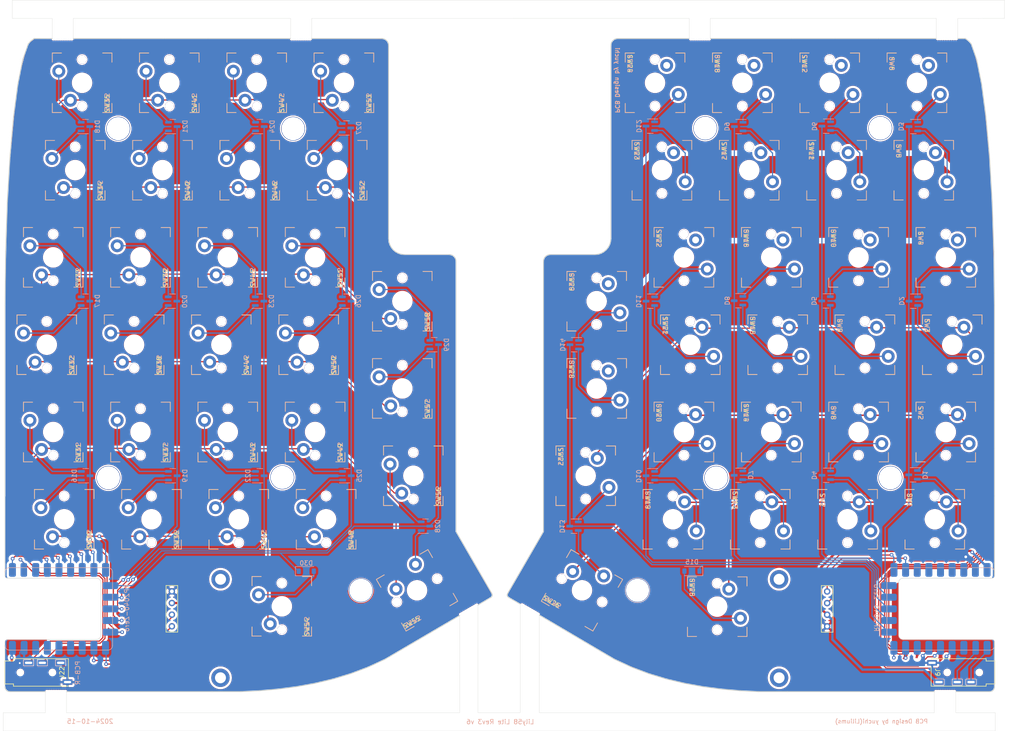
<source format=kicad_pcb>
(kicad_pcb (version 20221018) (generator pcbnew)
  (layers (0 "F.Cu" signal) (31 "B.Cu" signal) (34 "B.Paste" user) (35 "F.Paste" user) (36 "B.SilkS" user "B.Silkscreen") (37 "F.SilkS" user "F.Silkscreen") (38 "B.Mask" user) (39 "F.Mask" user) (44 "Edge.Cuts" user))
  (net 0 "")
  (net 1 "ROW0_R")
  (net 2 "Net-(D1-A-Pad1)")
  (net 3 "Net-(D1-A-Pad2)")
  (net 4 "Net-(D2-A-Pad1)")
  (net 5 "Net-(D2-A-Pad2)")
  (net 6 "ROW1_R")
  (net 7 "Net-(D4-A-Pad1)")
  (net 8 "Net-(D4-A-Pad2)")
  (net 9 "Net-(D5-A-Pad1)")
  (net 10 "Net-(D5-A-Pad2)")
  (net 11 "ROW2_R")
  (net 12 "Net-(D7-A-Pad1)")
  (net 13 "Net-(D7-A-Pad2)")
  (net 14 "Net-(D8-A-Pad1)")
  (net 15 "Net-(D8-A-Pad2)")
  (net 16 "Net-(D9-A-Pad1)")
  (net 17 "Net-(D9-A-Pad2)")
  (net 18 "ROW3_R")
  (net 19 "Net-(D10-A-Pad1)")
  (net 20 "Net-(D10-A-Pad2)")
  (net 21 "Net-(D11-A-Pad1)")
  (net 22 "Net-(D11-A-Pad2)")
  (net 23 "Net-(D12-A-Pad1)")
  (net 24 "Net-(D12-A-Pad2)")
  (net 25 "ROW4_R")
  (net 26 "Net-(D13-A-Pad1)")
  (net 27 "Net-(D13-A-Pad2)")
  (net 28 "Net-(D14-A-Pad1)")
  (net 29 "Net-(D14-A-Pad2)")
  (net 30 "ROW0_L")
  (net 31 "ROW1_L")
  (net 32 "ROW2_L")
  (net 33 "Net-(D15-A)")
  (net 34 "ROW3_L")
  (net 35 "ROW4_L")
  (net 36 "RX")
  (net 37 "TX")
  (net 38 "GND")
  (net 39 "VCCQ")
  (net 40 "COL5_R")
  (net 41 "COL4_R")
  (net 42 "COL3_R")
  (net 43 "COL2_R")
  (net 44 "COL1_R")
  (net 45 "COL0_R")
  (net 46 "COL0_L")
  (net 47 "COL1_L")
  (net 48 "COL2_L")
  (net 49 "COL3_L")
  (net 50 "COL4_L")
  (net 51 "COL5_L")
  (net 52 "unconnected-(U1-GP2-Pad2)")
  (net 53 "SDA_R")
  (net 54 "SCL_R")
  (net 59 "GNDA")
  (net 60 "unconnected-(U2-Pad3V3)")
  (net 61 "VCC")
  (net 62 "SDA_L")
  (net 63 "SCL_L")
  (net 68 "TX_R")
  (net 69 "RX_R")
  (net 70 "Net-(D16-A-Pad1)")
  (net 71 "Net-(D16-A-Pad2)")
  (net 72 "Net-(D17-A-Pad1)")
  (net 73 "Net-(D17-A-Pad2)")
  (net 74 "Net-(D18-A-Pad1)")
  (net 75 "Net-(D18-A-Pad2)")
  (net 76 "Net-(D19-A-Pad1)")
  (net 77 "Net-(D19-A-Pad2)")
  (net 78 "Net-(D20-A-Pad1)")
  (net 79 "Net-(D20-A-Pad2)")
  (net 80 "Net-(D21-A-Pad1)")
  (net 81 "Net-(D21-A-Pad2)")
  (net 82 "Net-(D22-A-Pad1)")
  (net 83 "Net-(D22-A-Pad2)")
  (net 84 "Net-(D23-A-Pad1)")
  (net 85 "Net-(D23-A-Pad2)")
  (net 86 "Net-(D24-A-Pad1)")
  (net 87 "Net-(D24-A-Pad2)")
  (net 88 "Net-(D25-A-Pad1)")
  (net 89 "Net-(D25-A-Pad2)")
  (net 90 "Net-(D26-A-Pad1)")
  (net 91 "Net-(D26-A-Pad2)")
  (net 92 "Net-(D27-A-Pad1)")
  (net 93 "Net-(D27-A-Pad2)")
  (net 94 "Net-(D3-A-Pad2)")
  (net 95 "Net-(D28-A-Pad1)")
  (net 96 "Net-(D28-A-Pad2)")
  (net 97 "Net-(D29-A-Pad1)")
  (net 98 "Net-(D29-A-Pad2)")
  (net 99 "Net-(D30-A)")
  (net 100 "Net-(D6-A-Pad2)")
  (net 101 "Net-(D6-A-Pad1)")
  (net 102 "+3.3V")
  (net 104 "Net-(D3-A-Pad1)")
  (footprint "yuchi:MX_HOLE_FB-SIlk" (layer "F.Cu") (at 172.4 145.15 90)
    (fp_text reference "SW49")
    (fp_text value "SW_Push")
  )
  (footprint "yuchi:MX_HOLE_FB-SIlk" (layer "F.Cu") (at 178.7 68.95 90)
    (fp_text reference "SW53")
    (fp_text value "SW_Push")
  )
  (footprint "yuchi:MX_HOLE_FB-SIlk" (layer "F.Cu") (at 177.2 88 90)
    (fp_text reference "SW52")
    (fp_text value "SW_Push")
  )
  (footprint "yuchi:HOLE_M2_TH_5mm" (layer "F.Cu") (at 165.25 155.05 90)
    (fp_text reference "J5" hide)
    (fp_text value "HOLE" hide)
  )
  (footprint "yuchi:MX_HOLE_FB-SIlk" (layer "F.Cu") (at 136.7 164.2 90)
    (fp_text reference "SW36")
    (fp_text value "SW_Push")
  )
  (footprint "yuchi:MX_HOLE_FB-SIlk" (layer "F.Cu") (at 310.05 107.05 -90)
    (fp_text reference "SW4")
    (fp_text value "SW_Push")
  )
  (footprint "yuchi:MX_HOLE_FB-SIlk" (layer "F.Cu") (at 134.3 107.05 90)
    (fp_text reference "SW39")
    (fp_text value "SW_Push")
  )
  (footprint "yuchi:MX_HOLE_FB-SIlk" (layer "F.Cu") (at 288.6 164.2 -90)
    (fp_text reference "SW7")
    (fp_text value "SW_Push")
  )
  (footprint "yuchi:HOLE_M2_TH_5mm" (layer "F.Cu") (at 257.55 78.85)
    (fp_text reference "J14" hide)
    (fp_text value "HOLE" hide)
  )
  (footprint "yuchi:MX_HOLE_FB-SIlk" (layer "F.Cu") (at 267.15 88 -90)
    (fp_text reference "SW17")
    (fp_text value "SW_Push")
  )
  (footprint "yuchi:MX_HOLE_FB-SIlk" (layer "F.Cu") (at 121.55 68.95 90)
    (fp_text reference "SW35")
    (fp_text value "SW_Push")
  )
  (footprint "yuchi:MX_HOLE_FB-SIlk" (layer "F.Cu") (at 303.75 68.95 -90)
    (fp_text reference "SW6")
    (fp_text value "SW_Push")
  )
  (footprint "yuchi_kbd:PJ-320" (layer "F.Cu") (at 312.85 197.625 -90)
    (fp_text reference "J9")
    (fp_text value "AudioJack4")
  )
  (footprint "yuchi:MX_HOLE_FB-SIlk" (layer "F.Cu") (at 231.45 154.7 -90)
    (fp_text reference "SW27")
    (fp_text value "SW_Push")
  )
  (footprint "yuchi:MX_HOLE_FB-SIlk" (layer "F.Cu") (at 248.1 88 -90)
    (fp_text reference "SW23")
    (fp_text value "SW_Push")
  )
  (footprint "yuchi:MX_HOLE_FB-SIlk" (layer "F.Cu") (at 134.3 145.15 90)
    (fp_text reference "SW37")
    (fp_text value "SW_Push")
  )
  (footprint "yuchi:HOLE_M2_TH_5mm" (layer "F.Cu") (at 129.45 78.95 90)
    (fp_text reference "J4" hide)
    (fp_text value "HOLE" hide)
  )
  (footprint "yuchi:MX_HOLE_FB-SIlk" (layer "F.Cu") (at 271.95 145.15 -90)
    (fp_text reference "SW14")
    (fp_text value "SW_Push")
  )
  (footprint "yuchi:MX_HOLE_FB-SIlk" (layer "F.Cu") (at 291 107.05 -90)
    (fp_text reference "SW10")
    (fp_text value "SW_Push")
  )
  (footprint "yuchi:MX_HOLE_FB-SIlk" (layer "F.Cu") (at 307.65 164.2 -90)
    (fp_text reference "SW1")
    (fp_text value "SW_Push")
  )
  (footprint "yuchi:MX_HOLE_FB-SIlk" (layer "F.Cu") (at 291 145.15 -90)
    (fp_text reference "SW8")
    (fp_text value "SW_Push")
  )
  (footprint "yuchi_kbd:breakaway04" (layer "F.Cu") (at 117.3 59.3)
    (fp_text reference "J8" hide)
    (fp_text value "breakaway")
  )
  (footprint "yuchi:MX_HOLE_FB-SIlk" (layer "F.Cu") (at 115.25 145.15 90)
    (fp_text reference "SW31")
    (fp_text value "SW_Push")
  )
  (footprint "yuchi_kbd:breakaway04" (layer "F.Cu") (at 169.3 59.3)
    (fp_text reference "J17" hide)
    (fp_text value "breakaway")
  )
  (footprint "yuchi:MX_HOLE_FB-SIlk" (layer "F.Cu") (at 191.45 135.65 90)
    (fp_text reference "SW57")
    (fp_text value "SW_Push")
  )
  (footprint "yuchi:MX_HOLE_FB-SIlk" (layer "F.Cu") (at 174.8 164.2 90)
    (fp_text reference "SW48")
    (fp_text value "SW_Push")
  )
  (footprint "yuchi:HOLE_M2_TH_5mm" (layer "F.Cu") (at 297.95 155.15)
    (fp_text reference "J12" hide)
    (fp_text value "HOLE" hide)
  )
  (footprint "yuchi:MX_HOLE_FB-SIlk" (layer "F.Cu") (at 265.65 68.95 -90)
    (fp_text reference "SW18")
    (fp_text value "SW_Push")
  )
  (footprint "yuchi:MX_HOLE_FB-SIlk" (layer "F.Cu") (at 273.35 126.1 -90)
    (fp_text reference "SW15")
    (fp_text value "SW_Push")
  )
  (footprint "yuchi:MX_HOLE_FB-SIlk" (layer "F.Cu") (at 269.55 164.2 -90)
    (fp_text reference "SW13")
    (fp_text value "SW_Push")
  )
  (footprint "yuchi:MX_HOLE_FB-SIlk" (layer "F.Cu") (at 159.65 68.95 90)
    (fp_text reference "SW47")
    (fp_text value "SW_Push")
  )
  (footprint "yuchi:HOLE_M2_TH_5mm" (layer "F.Cu") (at 295.75 78.85)
    (fp_text reference "J13" hide)
    (fp_text value "HOLE" hide)
  )
  (footprint "yuchi:MX_HOLE_FB-SIlk" (layer "F.Cu") (at 305.25 88 -90)
    (fp_text reference "SW5")
    (fp_text value "SW_Push")
  )
  (footprint "yuchi:MX_HOLE_FB-SIlk" (layer "F.Cu") (at 158.15 88 90)
    (fp_text reference "SW46")
    (fp_text value "SW_Push")
  )
  (footprint "yuchi:MX_HOLE_FB-SIlk" (layer "F.Cu") (at 250.5 164.2 -90)
    (fp_text reference "SW19")
    (fp_text value "SW_Push")
  )
  (footprint "yuchi:lily58_logo_2" (layer "F.Cu") (at 277.4 188.22 -90)
    (fp_text reference "L01" hide)
    (fp_text value "LOGO" hide)
  )
  (footprint "yuchi:MX_HOLE_FB-SIlk" (layer "F.Cu") (at 117.65 164.2 90)
    (fp_text reference "SW30")
    (fp_text value "SW_Push")
  )
  (footprint "yuchi:MX_HOLE_FB-SIlk" (layer "F.Cu") (at 246.59 68.95 -90)
    (fp_text reference "SW24")
    (fp_text value "SW_Push")
  )
  (footprint "yuchi:MX_HOLE_FB-SIlk" (layer "F.Cu") (at 120.05 88 90)
    (fp_text reference "SW34")
    (fp_text value "SW_Push")
  )
  (footprint "yuchi:MX_HOLE_FB-SIlk" (layer "F.Cu") (at 252.9 107.05 -90)
    (fp_text reference "SW22")
    (fp_text value "SW_Push")
  )
  (footprint "yuchi:MX_HOLE_FB-SIlk" (layer "F.Cu") (at 165.15 183.2 90)
    (fp_text reference "SW54")
    (fp_text value "SW_Push")
  )
  (footprint "yuchi:HOLE_M2_TH_5mm" (layer "F.Cu") (at 127.3 155.15 90)
    (fp_text reference "J3" hide)
    (fp_text value "HOLE" hide)
  )
  (footprint "yuchi:HOLE_M2_TH_5mm" (layer "F.Cu") (at 259.95 155.15)
    (fp_text reference "J15" hide)
    (fp_text value "HOLE" hide)
  )
  (footprint "yuchi_kbd:breakaway04" (layer "F.Cu") (at 115.9 201.85)
    (fp_text reference "J20" hide)
    (fp_text value "breakaway")
  )
  (footprint "yuchi:MX_HOLE_FB-SIlk" (layer "F.Cu") (at 233.85 135.65 -90)
    (fp_text reference "SW28")
    (fp_text value "SW_Push")
  )
  (footprint "yuchi_kbd:breakaway04" (layer "F.Cu") (at 310.3 59.25)
    (fp_text reference "J19" hide)
    (fp_text value "breakaway")
  )
  (footprint "yuchi:M2_HOLE_PCB" (layer "F.Cu") (at 273.66 177.29 -90)
    (fp_text reference "J10" hide)
    (fp_text value "M2HOLE")
  )
  (footprint "yuchi:MX_HOLE_FB-SIlk" (layer "F.Cu") (at 292.4 126.1 -90)
    (fp_text reference "SW9")
    (fp_text value "SW_Push")
  )
  (footprint "yuchi:MX_HOLE_FB-SIlk" (layer "F.Cu") (at 233.85 116.6 -90)
    (fp_text reference "SW29")
    (fp_text value "SW_Push")
  )
  (footprint "yuchi:MX_HOLE_FB-SIlk" (layer "F.Cu") (at 153.35 107.05 90)
    (fp_text reference "SW45")
    (fp_text value "SW_Push")
  )
  (footprint "yuchi:MX_HOLE_FB-SIlk" (layer "F.Cu") (at 230.65 179.7 -30)
    (fp_text reference "SW26")
    (fp_text value "SW_Push")
  )
  (footprint "yuchi:MX_HOLE_FB-SIlk" (layer "F.Cu") (at 151.95 126.1 90)
    (fp_text reference "SW44")
    (fp_text value "SW_Push")
  )
  (footprint "yuchi:MX_HOLE_FB-SIlk" (layer "F.Cu") (at 284.7 68.95 -90)
    (fp_text reference "SW12")
    (fp_text value "SW_Push")
  )
  (footprint "yuchi:MX_HOLE_FB-SIlk" (layer "F.Cu") (at 193.85 154.7 90)
    (fp_text reference "SW56")
    (fp_text value "SW_Push")
  )
  (footprint "yuchi_kbd:breakaway04" (layer "F.Cu") (at 309.9 201.85 180)
    (fp_text reference "J26" hide)
    (fp_text value "breakaway")
  )
  (footprint "yuchi_kbd:RP2040-Zero_bottom" (layer "F.Cu") (at 308.95 183.75 -90)
    (fp_text reference "U1" hide)
    (fp_text value "~" hide)
  )
  (footprint "yuchi:MX_HOLE_FB-SIlk" (layer "F.Cu") (at 311.45 126.1 -90)
    (fp_text reference "SW3")
    (fp_text value "SW_Push")
  )
  (footprint "yuchi_kbd:PJ-320" (layer "F.Cu") (at 112.575 197.625 90)
    (fp_text reference "J22")
    (fp_text value "AudioJack4")
  )
  (footprint "yuchi:MX_HOLE_FB-SIlk" (layer "F.Cu") (at 260.15 183.25 -90)
    (fp_text reference "SW25")
    (fp_text value "SW_Push")
  )
  (footprint "yuchi:M2_HOLE_PCB" (layer "F.Cu") (at 151.752 198.79 90)
    (fp_text reference "J1" hide)
    (fp_text value "M2HOLE")
  )
  (footprint "yuchi_kbd:breakaway04" (layer "F.Cu") (at 205.95 184 -150)
    (fp_text reference "J21" hide)
    (fp_text value "breakaway")
  )
  (footprint "yuchi:MX_HOLE_FB-SIlk" (layer "F.Cu") (at 252.9 145.15 -90)
    (fp_text reference "SW20")
    (fp_text value "SW_Push")
  )
  (footprint "yuchi:MX_HOLE_FB-SIlk" (layer "F.Cu") (at 171 126.1 90)
    (fp_text reference "SW50")
    (fp_text value "SW_Push")
  )
  (footprint "yuchi:MX_HOLE_FB-SIlk" (layer "F.Cu") (at 153.35 145.15 90)
    (fp_text reference "SW43")
    (fp_text value "SW_Push")
  )
  (footprint "yuchi:lily58_logo_2" (layer "F.Cu") (at 148 188.22 90)
    (fp_text reference "L02" hide)
    (fp_text value "LOGO" hide)
  )
  (footprint "yuchi:MX_HOLE_FB-SIlk" (layer "F.Cu") (at 140.6 68.95 90)
    (fp_text reference "SW41")
    (fp_text value "SW_Push")
  )
  (footprint "yuchi_kbd:RP2040-Zero_bottom" (layer "F.Cu") (at 116.45 183.75 90)
    (fp_text reference "U2" hide)
    (fp_text value "~")
  )
  (footprint "yuchi:MX_HOLE_FB-SIlk" (layer "F.Cu") (at 155.75 164.2 90)
    (fp_text reference "SW42")
    (fp_text value "SW_Push")
  )
  (footprint "yuchi:HOLE_M2_TH_5mm" (layer "F.Cu") (at 167.6 78.95 90)
    (fp_text reference "J6" hide)
    (fp_text value "HOLE" hide)
  )
  (footprint "yuchi:MX_HOLE_FB-SIlk" (layer "F.Cu") (at 139.1 88 90)
    (fp_text reference "SW40")
    (fp_text value "SW_Push")
  )
  (footprint "yuchi:MX_HOLE_FB-SIlk" (layer "F.Cu") (at 115.25 107.05 90)
    (fp_text reference "SW33")
    (fp_text value "SW_Push")
  )
  (footprint "yuchi:M2_HOLE_PCB" (layer "F.Cu") (at 273.66 198.79 -90)
    (fp_text reference "J11" hide)
    (fp_text value "M2HOLE")
  )
  (footprint "yuchi:MX_HOLE_FB-SIlk" (layer "F.Cu") (at 254.3 126.1 -90)
    (fp_text reference "SW21")
    (fp_text value "SW_Push")
  )
  (footprint "yuchi:MX_HOLE_FB-SIlk" (layer "F.Cu") (at 271.95 107.05 -90)
    (fp_text reference "SW16")
    (fp_text value "SW_Push")
  )
  (footprint "yuchi:M2_HOLE_PCB" (layer "F.Cu") (at 151.772 177.29 90)
    (fp_text reference "J2" hide)
    (fp_text value "M2HOLE")
  )
  (footprint "yuchi:MX_HOLE_FB-SIlk" (layer "F.Cu") (at 172.4 107.05 90)
    (fp_text reference "SW51")
    (fp_text value "SW_Push")
  )
  (footprint "yuchi:MX_HOLE_FB-SIlk" (layer "F.Cu") (at 113.85 126.1 90)
    (fp_text reference "SW32")
    (fp_text value "SW_Push")
  )
  (footprint "yuchi:MX_HOLE_FB-SIlk" (layer "F.Cu") (at 132.9 126.1 90)
    (fp_text reference "SW38")
    (fp_text value "SW_Push")
  )
  (footprint "yuchi:MX_HOLE_FB-SIlk" (layer "F.Cu") (at 286.2 88 -90)
    (fp_text reference "SW11")
    (fp_text value "SW_Push")
  )
  (footprint "yuchi:MX_HOLE_FB-SIlk" (layer "F.Cu") (at 191.45 116.6 90)
    (fp_text reference "SW58")
    (fp_text value "SW_Push")
  )
  (footprint "yuchi:MX_HOLE_FB-SIlk" (layer "F.Cu") (at 194.65 179.7 30)
    (fp_text reference "SW55")
    (fp_text value "SW_Push")
  )
  (footprint "yuchi:HOLE_M2_TH_5mm" (layer "F.Cu") (at 182.4 179.7)
    (fp_text reference "J24" hide)
    (fp_text value "HOLE" hide)
  )
  (footprint "yuchi:MX_HOLE_FB-SIlk" (layer "F.Cu") (at 310.05 145.15 -90)
    (fp_text reference "SW2")
    (fp_text value "SW_Push")
  )
  (footprint "yuchi_kbd:breakaway04" (layer "F.Cu") (at 256.4 59.3)
    (fp_text reference "J18" hide)
    (fp_text value "breakaway")
  )
  (footprint "Package_TO_SOT_SMD:SOT-23" (layer "B.Cu") (at 160.35 78.5)
    (fp_text reference "D24")
    (fp_text value "BAV70")
  )
  (footprint "Package_TO_SOT_SMD:SOT-23" (layer "B.Cu") (at 264.8 116.5 180)
    (fp_text reference "D8")
    (fp_text value "BAV70")
  )
  (footprint "Package_TO_SOT_SMD:SOT-23" (layer "B.Cu") (at 228.95 126.1 180)
    (fp_text reference "D14")
    (fp_text value "BAV70")
  )
  (footprint "Package_TO_SOT_SMD:SOT-23" (layer "B.Cu") (at 160.3 116.6)
    (fp_text reference "D23")
    (fp_text value "BAV70")
  )
  (footprint "Package_TO_SOT_SMD:SOT-23" (layer "B.Cu") (at 179.3 116.6)
    (fp_text reference "D26")
    (fp_text value "BAV70")
  )
  (footprint "Package_TO_SOT_SMD:SOT-23" (layer "B.Cu") (at 283.95 78.4 180)
    (fp_text reference "D6")
    (fp_text value "BAV70")
  )
  (footprint "Package_TO_SOT_SMD:SOT-23" (layer "B.Cu") (at 245.55 154.7 180)
    (fp_text reference "D10")
    (fp_text value "BAV70")
  )
  (footprint "yuchi:HOLE_M2_TH_5mm" (layer "B.Cu") (at 242.77 179.7 180)
    (fp_text reference "J23" hide)
    (fp_text value "HOLE" hide)
  )
  (footprint "Package_TO_SOT_SMD:SOT-23" (layer "B.Cu") (at 141.3 116.6)
    (fp_text reference "D20")
    (fp_text value "BAV70")
  )
  (footprint "Package_TO_SOT_SMD:SOT-23" (layer "B.Cu") (at 196.5 165.7)
    (fp_text reference "D28")
    (fp_text value "BAV70")
  )
  (footprint "yuchi:OLED_4Pin" (layer "B.Cu") (at 284.15 183.75 -90)
    (fp_text reference "J7" hide)
    (fp_text value "OLED_L" hide)
  )
  (footprint "Package_TO_SOT_SMD:SOT-23" (layer "B.Cu") (at 141.35 154.7)
    (fp_text reference "D19")
    (fp_text value "BAV70")
  )
  (footprint "Diode_SMD:D_SOD-123" (layer "B.Cu") (at 254.65 175.5 180)
    (fp_text reference "D15")
    (fp_text value "D")
  )
  (footprint "Package_TO_SOT_SMD:SOT-23" (layer "B.Cu") (at 245.55 78.4 180)
    (fp_text reference "D12")
    (fp_text value "BAV70")
  )
  (footprint "Package_TO_SOT_SMD:SOT-23" (layer "B.Cu") (at 122.35 154.7)
    (fp_text reference "D16")
    (fp_text value "BAV70")
  )
  (footprint "Package_TO_SOT_SMD:SOT-23" (layer "B.Cu") (at 179.35 154.7)
    (fp_text reference "D25")
    (fp_text value "BAV70")
  )
  (footprint "Package_TO_SOT_SMD:SOT-23" (layer "B.Cu") (at 160.35 154.7)
    (fp_text reference "D22")
    (fp_text value "BAV70")
  )
  (footprint "Package_TO_SOT_SMD:SOT-23" (layer "B.Cu") (at 283.9 116.55 180)
    (fp_text reference "D5")
    (fp_text value "BAV70")
  )
  (footprint "Package_TO_SOT_SMD:SOT-23" (layer "B.Cu") (at 264.85 78.5 180)
    (fp_text reference "D9")
    (fp_text value "BAV70")
  )
  (footprint "Package_TO_SOT_SMD:SOT-23" (layer "B.Cu") (at 302.9 154.5 180)
    (fp_text reference "D1")
    (fp_text value "BAV70")
  )
  (footprint "Package_TO_SOT_SMD:SOT-23" (layer "B.Cu") (at 264.8 154.6 180)
    (fp_text reference "D7")
    (fp_text value "BAV70")
  )
  (footprint "Package_TO_SOT_SMD:SOT-23" (layer "B.Cu") (at 198.4 126.1)
    (fp_text reference "D29")
    (fp_text value "BAV70")
  )
  (footprint "Package_TO_SOT_SMD:SOT-23" (layer "B.Cu") (at 302.95 116.6 180)
    (fp_text reference "D2")
    (fp_text value "BAV70")
  )
  (footprint "yuchi_kbd:breakaway04" (layer "B.Cu") (at 219.3 183.95 150)
    (fp_text reference "J25" hide)
    (fp_text value "breakaway")
  )
  (footprint "Package_TO_SOT_SMD:SOT-23" (layer "B.Cu") (at 122.3 78.5)
    (fp_text reference "D18")
    (fp_text value "BAV70")
  )
  (footprint "Package_TO_SOT_SMD:SOT-23" (layer "B.Cu") (at 302.95 78.5 180)
    (fp_text reference "D3")
    (fp_text value "BAV70")
  )
  (footprint "Package_TO_SOT_SMD:SOT-23" (layer "B.Cu") (at 283.95 154.6 180)
    (fp_text reference "D4")
    (fp_text value "BAV70")
  )
  (footprint "Package_TO_SOT_SMD:SOT-23" (layer "B.Cu") (at 228.9 165.7 180)
    (fp_text reference "D13")
    (fp_text value "BAV70")
  )
  (footprint "Diode_SMD:D_SOD-123" (layer "B.Cu") (at 170.48 175.525)
    (fp_text reference "D30")
    (fp_text value "D")
  )
  (footprint "yuchi:OLED_4Pin" (layer "B.Cu") (at 141.15 183.75 90)
    (fp_text reference "J16" hide)
    (fp_text value "OLED_R" hide)
  )
  (footprint "Package_TO_SOT_SMD:SOT-23" (layer "B.Cu") (at 245.55 116.6 180)
    (fp_text reference "D11")
    (fp_text value "BAV70")
  )
  (footprint "Package_TO_SOT_SMD:SOT-23" (layer "B.Cu") (at 141.35 78.5)
    (fp_text reference "D21")
    (fp_text value "BAV70")
  )
  (footprint "Package_TO_SOT_SMD:SOT-23" (layer "B.Cu") (at 122.3 116.6)
    (fp_text reference "D17")
    (fp_text value "BAV70")
  )
  (footprint "Package_TO_SOT_SMD:SOT-23" (layer "B.Cu") (at 179.25 78.8)
    (fp_text reference "D27")
    (fp_text value "BAV70")
  )
  (gr_line (start 214.478244 180.293242) (end 222.239355 166.887687) (stroke (width 0.2)) (layer "Edge.Cuts"))
  (gr_line (start 234.166089 106.359609) (end 234.823287 106.155826) (stroke (width 0.2)) (layer "Edge.Cuts"))
  (gr_line (start 211.036445 180.90753) (end 211.063974 180.768748) (stroke (width 0.2)) (layer "Edge.Cuts"))
  (gr_line (start 104.736762 117.499119) (end 104.736762 127.906953) (stroke (width 0.2)) (layer "Edge.Cuts"))
  (gr_line (start 211.063974 180.768748) (end 211.054468 180.619794) (stroke (width 0.2)) (layer "Edge.Cuts"))
  (gr_line (start 320.663238 190.95) (end 320.663238 200.76179) (stroke (width 0.2)) (layer "Edge.Cuts"))
  (gr_line (start 214.427468 181.035672) (end 214.363555 180.90753) (stroke (width 0.2)) (layer "Edge.Cuts"))
  (gr_line (start 312.65 54.91) (end 312.65 59.29) (stroke (width 0.05)) (layer "Edge.Cuts"))
  (gr_arc (start 320.663238 176.55) (mid 320.516794 176.903567) (end 320.163238 177.05) (stroke (width 0.1)) (layer "Edge.Cuts"))
  (gr_line (start 320.85 210.4) (end 104.35 210.4) (stroke (width 0.05)) (layer "Edge.Cuts"))
  (gr_line (start 223.15419 106.548435) (end 222.899381 106.686651) (stroke (width 0.2)) (layer "Edge.Cuts"))
  (gr_line (start 222.356124 107.3465) (end 222.268789 107.628156) (stroke (width 0.2)) (layer "Edge.Cuts"))
  (gr_line (start 104.73 190.953553) (end 104.733524 200.76179) (stroke (width 0.1)) (layer "Edge.Cuts"))
  (gr_line (start 187.63954 194.756667) (end 203.95 185.2) (stroke (width 0.2)) (layer "Edge.Cuts"))
  (gr_line (start 106.595561 76.329242) (end 105.820488 84.942346) (stroke (width 0.2)) (layer "Edge.Cuts"))
  (gr_line (start 188.409288 60.487505) (end 188.439735 60.790001) (stroke (width 0.2)) (layer "Edge.Cuts"))
  (gr_line (start 203.95 185.2) (end 203.95 206.4) (stroke (width 0.05)) (layer "Edge.Cuts"))
  (gr_line (start 238.460265 59.290001) (end 238.157769 59.320448) (stroke (width 0.2)) (layer "Edge.Cuts"))
  (gr_line (start 223.738342 106.430652) (end 223.435846 106.461099) (stroke (width 0.2)) (layer "Edge.Cuts"))
  (gr_line (start 105.235374 94.830462) (end 104.865654 105.760437) (stroke (width 0.2)) (layer "Edge.Cuts"))
  (gr_line (start 320.355877 201.50443) (end 320.484039 201.349063) (stroke (width 0.2)) (layer "Edge.Cuts"))
  (gr_line (start 258.65 54.9) (end 258.65 59.29) (stroke (width 0.05)) (layer "Edge.Cuts"))
  (gr_line (start 320.663238 169.538289) (end 320.663238 176.55) (stroke (width 0.2)) (layer "Edge.Cuts"))
  (gr_line (start 265.132439 201.61431) (end 261.092337 201.259703) (stroke (width 0.2)) (layer "Edge.Cuts"))
  (gr_line (start 172.345246 200.002917) (end 176.299127 199.061996) (stroke (width 0.2)) (layer "Edge.Cuts"))
  (gr_line (start 295.35 59.29) (end 285.868377 59.29) (stroke (width 0.2)) (layer "Edge.Cuts"))
  (gr_line (start 105.820488 84.942346) (end 105.235374 94.830462) (stroke (width 0.2)) (layer "Edge.Cuts"))
  (gr_line (start 210.872884 181.152705) (end 210.972532 181.035672) (stroke (width 0.2)) (layer "Edge.Cuts"))
  (gr_line (start 222.49434 107.091692) (end 222.356124 107.3465) (stroke (width 0.2)) (layer "Edge.Cuts"))
  (gr_line (start 320.663238 159.130455) (end 320.663238 169.538289) (stroke (width 0.2)) (layer "Edge.Cuts"))
  (gr_line (start 171.65 54.91) (end 171.65 59.29) (stroke (width 0.05)) (layer "Edge.Cuts"))
  (gr_line (start 188.510778 103.636476) (end 188.439735 102.930652) (stroke (width 0.2)) (layer "Edge.Cuts"))
  (gr_line (start 222.677429 106.869739) (end 222.49434 107.091692) (stroke (width 0.2)) (layer "Edge.Cuts"))
  (gr_line (start 318.804439 76.329242) (end 319.579512 84.942346) (stroke (width 0.2)) (layer "Edge.Cuts"))
  (gr_line (start 171.65 59.29) (end 186.939735 59.29) (stroke (width 0.2)) (layer "Edge.Cuts"))
  (gr_line (start 236.990712 60.487505) (end 236.960265 60.790001) (stroke (width 0.2)) (layer "Edge.Cuts"))
  (gr_line (start 110.35 59.85) (end 111.086755 59.29) (stroke (width 0.2)) (layer "Edge.Cuts"))
  (gr_line (start 104.35 206.4) (end 113.55 206.4) (stroke (width 0.05)) (layer "Edge.Cuts"))
  (gr_line (start 269.157683 201.812223) (end 265.132439 201.61431) (stroke (width 0.2)) (layer "Edge.Cuts"))
  (gr_line (start 320.641925 200.973538) (end 320.663238 200.76179) (stroke (width 0.2)) (layer "Edge.Cuts"))
  (gr_line (start 191.939735 106.430652) (end 201.661658 106.430652) (stroke (width 0.15)) (layer "Edge.Cuts"))
  (gr_line (start 105.575015 201.790477) (end 105.377855 201.729343) (stroke (width 0.2)) (layer "Edge.Cuts"))
  (gr_line (start 124.656762 190.45) (end 105.233553 190.45) (stroke (width 0.1)) (layer "Edge.Cuts"))
  (gr_line (start 211.054468 180.619794) (end 211.007278 180.461136) (stroke (width 0.2)) (layer "Edge.Cuts"))
  (gr_line (start 203.131211 107.628156) (end 203.161658 107.930652) (stroke (width 0.2)) (layer "Edge.Cuts"))
  (gr_line (start 202.722571 106.869739) (end 202.90566 107.091692) (stroke (width 0.2)) (layer "Edge.Cuts"))
  (gr_line (start 106.55 54.9) (end 106.35 54.9) (stroke (width 0.05)) (layer "Edge.Cuts"))
  (gr_line (start 222.239355 166.887687) (end 222.238342 107.930652) (stroke (width 0.2)) (layer "Edge.Cuts"))
  (gr_line (start 249.100873 199.061996) (end 245.21933 197.886895) (stroke (width 0.2)) (layer "Edge.Cuts"))
  (gr_line (start 320.534346 105.760437) (end 320.663238 117.499119) (stroke (width 0.2)) (layer "Edge.Cuts"))
  (gr_line (start 119.65 54.9) (end 119.65 59.29) (stroke (width 0.05)) (layer "Edge.Cuts"))
  (gr_line (start 237.876113 59.407783) (end 237.621304 59.545999) (stroke (width 0.2)) (layer "Edge.Cuts"))
  (gr_line (start 167.05 54.9) (end 119.65 54.9) (stroke (width 0.05)) (layer "Edge.Cuts"))
  (gr_line (start 164.307663 201.259703) (end 168.340825 200.729028) (stroke (width 0.2)) (layer "Edge.Cuts"))
  (gr_line (start 245.21933 197.886895) (end 241.431927 196.458242) (stroke (width 0.2)) (layer "Edge.Cuts"))
  (gr_line (start 319.824985 201.790477) (end 320.022145 201.729343) (stroke (width 0.2)) (layer "Edge.Cuts"))
  (gr_line (start 210.73815 181.258163) (end 210.872884 181.152705) (stroke (width 0.2)) (layer "Edge.Cuts"))
  (gr_line (start 149.935296 201.812472) (end 118.15 201.812472) (stroke (width 0.2)) (layer "Edge.Cuts"))
  (gr_line (start 320.65 206.4) (end 320.85 206.4) (stroke (width 0.05)) (layer "Edge.Cuts"))
  (gr_arc (start 104.73 190.953553) (mid 104.877501 190.597501) (end 105.233553 190.45) (stroke (width 0.1)) (layer "Edge.Cuts"))
  (gr_line (start 222.899381 106.686651) (end 222.677429 106.869739) (stroke (width 0.2)) (layer "Edge.Cuts"))
  (gr_line (start 104.35 210.4) (end 104.35 206.4) (stroke (width 0.05)) (layer "Edge.Cuts"))
  (gr_line (start 108.613847 63.860681) (end 107.535159 69.224303) (stroke (width 0.2)) (layer "Edge.Cuts"))
  (gr_line (start 104.736762 159.130455) (end 104.733524 176.55) (stroke (width 0.15)) (layer "Edge.Cuts"))
  (gr_line (start 257.059175 200.729028) (end 253.054754 200.002917) (stroke (width 0.2)) (layer "Edge.Cuts"))
  (gr_line (start 168.340825 200.729028) (end 172.345246 200.002917) (stroke (width 0.2)) (layer "Edge.Cuts"))
  (gr_line (start 188.183736 59.95104) (end 188.321952 60.205848) (stroke (width 0.2)) (layer "Edge.Cuts"))
  (gr_line (start 210.972532 181.035672) (end 211.036445 180.90753) (stroke (width 0.2)) (layer "Edge.Cuts"))
  (gr_line (start 236.685439 104.293674) (end 236.889222 103.636476) (stroke (width 0.2)) (layer "Edge.Cuts"))
  (gr_arc (start 124.66 177.05) (mid 125.367107 177.342893) (end 125.66 178.05) (stroke (width 0.1)) (layer "Edge.Cuts"))
  (gr_line (start 115.05 59.3) (end 115.05 54.91) (stroke (width 0.05)) (layer "Edge.Cuts"))
  (gr_line (start 111.086755 59.29) (end 115.05 59.3) (stroke (width 0.2)) (layer "Edge.Cuts"))
  (gr_arc (start 300.74 190.45) (mid 300.032893 190.157107) (end 299.74 189.45) (stroke (width 0.1)) (layer "Edge.Cuts"))
  (gr_line (start 203.160645 166.887687) (end 203.161658 107.930652) (stroke (width 0.2)) (layer "Edge.Cuts"))
  (gr_line (start 235.41784 105.833322) (end 235.935729 105.406116) (stroke (width 0.2)) (layer "Edge.Cuts"))
  (gr_line (start 236.889222 103.636476) (end 236.960265 102.930652) (stroke (width 0.2)) (layer "Edge.Cuts"))
  (gr_line (start 320.85 206.4) (end 320.85 210.4) (stroke (width 0.05)) (layer "Edge.Cuts"))
  (gr_line (start 233.460265 106.430652) (end 234.166089 106.359609) (stroke (width 0.2)) (layer "Edge.Cuts"))
  (gr_line (start 202.90566 107.091692) (end 203.043876 107.3465) (stroke (width 0.2)) (layer "Edge.Cuts"))
  (gr_line (start 320.663238 127.906953) (end 320.663238 138.314787) (stroke (width 0.2)) (layer "Edge.Cuts"))
  (gr_line (start 307.55 206.4) (end 307.55 201.812472) (stroke (width 0.05)) (layer "Edge.Cuts"))
  (gr_line (start 276.386755 59.29) (end 258.65 59.29) (stroke (width 0.2)) (layer "Edge.Cuts"))
  (gr_line (start 183.968073 196.458242) (end 187.63954 194.756667) (stroke (width 0.2)) (layer "Edge.Cuts"))
  (gr_line (start 312.25 206.4) (end 320.65 206.4) (stroke (width 0.05)) (layer "Edge.Cuts"))
  (gr_line (start 238.157769 59.320448) (end 237.876113 59.407783) (stroke (width 0.2)) (layer "Edge.Cuts"))
  (gr_line (start 214.527116 181.152705) (end 214.427468 181.035672) (stroke (width 0.2)) (layer "Edge.Cuts"))
  (gr_line (start 188.000648 59.729088) (end 188.183736 59.95104) (stroke (width 0.2)) (layer "Edge.Cuts"))
  (gr_line (start 307.95 59.29) (end 307.95 54.9) (stroke (width 0.05)) (layer "Edge.Cuts"))
  (gr_line (start 253.054754 200.002917) (end 249.100873 199.061996) (stroke (width 0.2)) (layer "Edge.Cuts"))
  (gr_line (start 104.865654 105.760437) (end 104.736762 117.499119) (stroke (width 0.2)) (layer "Edge.Cuts"))
  (gr_line (start 322.85 54.9) (end 312.65 54.91) (stroke (width 0.05)) (layer "Edge.Cuts"))
  (gr_line (start 320.163238 190.45) (end 300.74 190.45) (stroke (width 0.1)) (layer "Edge.Cuts"))
  (gr_line (start 254.05 59.29) (end 254.05 54.9) (stroke (width 0.05)) (layer "Edge.Cuts"))
  (gr_line (start 156.242229 201.812472) (end 149.935296 201.812472) (stroke (width 0.2)) (layer "Edge.Cuts"))
  (gr_line (start 125.656762 189.45) (end 125.66 178.05) (stroke (width 0.1)) (layer "Edge.Cuts"))
  (gr_line (start 106.35 50.9) (end 322.85 50.9) (stroke (width 0.05)) (layer "Edge.Cuts"))
  (gr_line (start 149.013245 59.29) (end 167.05 59.29) (stroke (width 0.2)) (layer "Edge.Cuts"))
  (gr_line (start 314.313245 59.29) (end 312.65 59.29) (stroke (width 0.2)) (layer "Edge.Cuts"))
  (gr_line (start 300.736762 177.05) (end 320.163238 177.05) (stroke (width 0.1)) (layer "Edge.Cuts"))
  (gr_line (start 320.58079 201.170697) (end 320.641925 200.973538) (stroke (width 0.2)) (layer "Edge.Cuts"))
  (gr_line (start 202.500619 106.686651) (end 202.722571 106.869739) (stroke (width 0.2)) (layer "Edge.Cuts"))
  (gr_line (start 320.663238 148.722621) (end 320.663238 159.130455) (stroke (width 0.2)) (layer "Edge.Cuts"))
  (gr_line (start 187.242231 59.320448) (end 187.523887 59.407783) (stroke (width 0.2)) (layer "Edge.Cuts"))
  (gr_line (start 312.25 201.812472) (end 312.25 206.4) (stroke (width 0.05)) (layer "Edge.Cuts"))
  (gr_line (start 118.15 201.812472) (end 118.15 206.4) (stroke (width 0.05)) (layer "Edge.Cuts"))
  (gr_line (start 115.05 54.91) (end 106.55 54.9) (stroke (width 0.05)) (layer "Edge.Cuts"))
  (gr_line (start 237.078048 60.205848) (end 236.990712 60.487505) (stroke (width 0.2)) (layer "Edge.Cuts"))
  (gr_line (start 320.200511 201.632591) (end 320.355877 201.50443) (stroke (width 0.2)) (layer "Edge.Cuts"))
  (gr_line (start 207.95 182.9) (end 207.95 206.4) (stroke (width 0.05)) (layer "Edge.Cuts"))
  (gr_line (start 269.157771 201.812472) (end 275.464704 201.812472) (stroke (width 0.2)) (layer "Edge.Cuts"))
  (gr_line (start 307.95 59.29) (end 295.35 59.29) (stroke (width 0.2)) (layer "Edge.Cuts"))
  (gr_line (start 105.233524 177.05) (end 124.66 177.05) (stroke (width 0.1)) (layer "Edge.Cuts"))
  (gr_line (start 189.98216 105.833322) (end 189.464271 105.406116) (stroke (width 0.2)) (layer "Edge.Cuts"))
  (gr_arc (start 299.736762 178.05) (mid 300.029653 177.34288) (end 300.736762 177.05) (stroke (width 0.1)) (layer "Edge.Cuts"))
  (gr_line (start 105.786762 201.81179) (end 105.575015 201.790477) (stroke (width 0.2)) (layer "Edge.Cuts"))
  (gr_line (start 187.523887 59.407783) (end 187.778696 59.545999) (stroke (width 0.2)) (layer "Edge.Cuts"))
  (gr_line (start 189.464271 105.406116) (end 189.037065 104.888227) (stroke (width 0.2)) (layer "Edge.Cuts"))
  (gr_line (start 254.05 59.29) (end 238.460265 59.29) (stroke (width 0.2)) (layer "Edge.Cuts"))
  (gr_line (start 320.022145 201.729343) (end 320.200511 201.632591) (stroke (width 0.2)) (layer "Edge.Cuts"))
  (gr_line (start 171.65 54.91) (end 254.05 54.9) (stroke (width 0.05)) (layer "Edge.Cuts"))
  (gr_line (start 214.345532 180.619794) (end 214.392722 180.461136) (stroke (width 0.2)) (layer "Edge.Cuts"))
  (gr_line (start 320.484039 201.349063) (end 320.58079 201.170697) (stroke (width 0.2)) (layer "Edge.Cuts"))
  (gr_line (start 217.15 182.7) (end 214.831021 181.351575) (stroke (width 0.2)) (layer "Edge.Cuts"))
  (gr_line (start 189.037065 104.888227) (end 188.714561 104.293674) (stroke (width 0.2)) (layer "Edge.Cuts"))
  (gr_line (start 319.579512 84.942346) (end 320.164626 94.830462) (stroke (width 0.2)) (layer "Edge.Cuts"))
  (gr_line (start 104.736762 148.722621) (end 104.736762 159.130455) (stroke (width 0.2)) (layer "Edge.Cuts"))
  (gr_line (start 191.233911 106.359609) (end 190.576713 106.155826) (stroke (width 0.2)) (layer "Edge.Cuts"))
  (gr_line (start 104.758075 200.973538) (end 104.733524 200.76179) (stroke (width 0.2)) (layer "Edge.Cuts"))
  (gr_line (start 211.007278 180.461136) (end 210.921756 180.293242) (stroke (width 0.2)) (layer "Edge.Cuts"))
  (gr_line (start 214.392722 180.461136) (end 214.478244 180.293242) (stroke (width 0.2)) (layer "Edge.Cuts"))
  (gr_line (start 235.935729 105.406116) (end 236.362935 104.888227) (stroke (width 0.2)) (layer "Edge.Cuts"))
  (gr_line (start 207.95 206.4) (end 217.15 206.4) (stroke (width 0.05)) (layer "Edge.Cuts"))
  (gr_line (start 317.864841 69.224303) (end 318.804439 76.329242) (stroke (width 0.2)) (layer "Edge.Cuts"))
  (gr_line (start 315.05 59.85) (end 314.313245 59.29) (stroke (width 0.2)) (layer "Edge.Cuts"))
  (gr_line (start 275.464704 201.812472) (end 307.55 201.812472) (stroke (width 0.2)) (layer "Edge.Cuts"))
  (gr_line (start 223.435846 106.461099) (end 223.15419 106.548435) (stroke (width 0.2)) (layer "Edge.Cuts"))
  (gr_line (start 188.714561 104.293674) (end 188.510778 103.636476) (stroke (width 0.2)) (layer "Edge.Cuts"))
  (gr_line (start 203.043876 107.3465) (end 203.131211 107.628156) (stroke (width 0.2)) (layer "Edge.Cuts"))
  (gr_line (start 106.35 54.9) (end 106.35 50.9) (stroke (width 0.05)) (layer "Edge.Cuts"))
  (gr_line (start 130.05 59.29) (end 139.531623 59.29) (stroke (width 0.2)) (layer "Edge.Cuts"))
  (gr_line (start 312.25 201.812472) (end 319.613238 201.812472) (stroke (width 0.2)) (layer "Edge.Cuts"))
  (gr_line (start 207.95 182.9) (end 210.568979 181.351575) (stroke (width 0.2)) (layer "Edge.Cuts"))
  (gr_line (start 113.55 206.4) (end 113.55 201.812472) (stroke (width 0.05)) (layer "Edge.Cuts"))
  (gr_line (start 233.460265 106.430652) (end 223.738342 106.430652) (stroke (width 0.15)) (layer "Edge.Cuts"))
  (gr_line (start 237.399352 59.729088) (end 237.216264 59.95104) (stroke (width 0.2)) (layer "Edge.Cuts"))
  (gr_line (start 104.915961 201.349063) (end 104.81921 201.170697) (stroke (width 0.2)) (layer "Edge.Cuts"))
  (gr_line (start 258.65 54.9) (end 307.95 54.9) (stroke (width 0.05)) (layer "Edge.Cuts"))
  (gr_line (start 139.531623 59.29) (end 149.013245 59.29) (stroke (width 0.2)) (layer "Edge.Cuts"))
  (gr_line (start 320.663238 138.314787) (end 320.663238 148.722621) (stroke (width 0.2)) (layer "Edge.Cuts"))
  (gr_line (start 320.663238 117.499119) (end 320.663238 127.906953) (stroke (width 0.2)) (layer "Edge.Cuts"))
  (gr_line (start 241.431927 196.458242) (end 237.76046 194.756667) (stroke (width 0.2)) (layer "Edge.Cuts"))
  (gr_line (start 109.80619 60.471529) (end 108.613847 63.860681) (stroke (width 0.2)) (layer "Edge.Cuts"))
  (gr_line (start 234.823287 106.155826) (end 235.41784 105.833322) (stroke (width 0.2)) (layer "Edge.Cuts"))
  (gr_line (start 105.199489 201.632591) (end 105.044123 201.50443) (stroke (width 0.2)) (layer "Edge.Cuts"))
  (gr_line (start 214.336026 180.768748) (end 214.345532 180.619794) (stroke (width 0.2)) (layer "Edge.Cuts"))
  (gr_line (start 187.778696 59.545999) (end 188.000648 59.729088) (stroke (width 0.2)) (layer "Edge.Cuts"))
  (gr_line (start 237.761577 194.757131) (end 234.895258 193.081437) (stroke (width 0.2)) (layer "Edge.Cuts"))
  (gr_line (start 156.242317 201.812223) (end 160.267561 201.61431) (stroke (width 0.2)) (layer "Edge.Cuts"))
  (gr_line (start 104.81921 201.170697) (end 104.758075 200.973538) (stroke (width 0.2)) (layer "Edge.Cuts"))
  (gr_line (start 221.35 185.1) (end 221.35 206.4) (stroke (width 0.05)) (layer "Edge.Cuts"))
  (gr_line (start 201.964154 106.461099) (end 202.24581 106.548435) (stroke (width 0.2)) (layer "Edge.Cuts"))
  (gr_line (start 299.736762 178.05) (end 299.74 189.45) (stroke (width 0.1)) (layer "Edge.Cuts"))
  (gr_line (start 322.85 50.9) (end 322.85 54.9) (stroke (width 0.05)) (layer "Edge.Cuts"))
  (gr_line (start 315.59381 60.471529) (end 316.786153 63.860681) (stroke (width 0.2)) (layer "Edge.Cuts"))
  (gr_line (start 217.15 182.7) (end 217.15 206.4) (stroke (width 0.05)) (layer "Edge.Cuts"))
  (gr_line (start 210.921756 180.293242) (end 203.160645 166.887687) (stroke (width 0.2)) (layer "Edge.Cuts"))
  (gr_line (start 222.268789 107.628156) (end 222.238342 107.930652) (stroke (width 0.2)) (layer "Edge.Cuts"))
  (gr_line (start 188.439735 102.930652) (end 188.439735 60.790001) (stroke (width 0.2)) (layer "Edge.Cuts"))
  (gr_line (start 315.05 59.85) (end 315.59381 60.471529) (stroke (width 0.2)) (layer "Edge.Cuts"))
  (gr_line (start 188.321952 60.205848) (end 188.409288 60.487505) (stroke (width 0.2)) (layer "Edge.Cuts"))
  (gr_line (start 236.960265 102.930652) (end 236.960265 60.790001) (stroke (width 0.2)) (layer "Edge.Cuts"))
  (gr_line (start 110.35 59.85) (end 109.80619 60.471529) (stroke (width 0.2)) (layer "Edge.Cuts"))
  (gr_line (start 261.092337 201.259703) (end 257.059175 200.729028) (stroke (width 0.2)) (layer "Edge.Cuts"))
  (gr_line (start 186.939735 59.290001) (end 187.242231 59.320448) (stroke (width 0.2)) (layer "Edge.Cuts"))
  (gr_arc (start 105.233524 177.05) (mid 104.879955 176.903562) (end 104.733524 176.55) (stroke (width 0.1)) (layer "Edge.Cuts"))
  (gr_line (start 167.05 59.29) (end 167.05 54.9) (stroke (width 0.05)) (layer "Edge.Cuts"))
  (gr_line (start 104.736762 127.906953) (end 104.736762 138.314787) (stroke (width 0.2)) (layer "Edge.Cuts"))
  (gr_line (start 105.044123 201.50443) (end 104.915961 201.349063) (stroke (width 0.2)) (layer "Edge.Cuts"))
  (gr_line (start 180.18067 197.886895) (end 183.968073 196.458242) (stroke (width 0.2)) (layer "Edge.Cuts"))
  (gr_line (start 316.786153 63.860681) (end 317.864841 69.224303) (stroke (width 0.2)) (layer "Edge.Cuts"))
  (gr_line (start 113.55 201.812472) (end 105.786762 201.812472) (stroke (width 0.2)) (layer "Edge.Cuts"))
  (gr_line (start 237.216264 59.95104) (end 237.078048 60.205848) (stroke (width 0.2)) (layer "Edge.Cuts"))
  (gr_arc (start 320.163238 190.45) (mid 320.516767 190.59646) (end 320.663238 190.95) (stroke (width 0.1)) (layer "Edge.Cuts"))
  (gr_line (start 320.164626 94.830462) (end 320.534346 105.760437) (stroke (width 0.2)) (layer "Edge.Cuts"))
  (gr_line (start 214.363555 180.90753) (end 214.336026 180.768748) (stroke (width 0.2)) (layer "Edge.Cuts"))
  (gr_line (start 104.736762 138.314787) (end 104.736762 148.722621) (stroke (width 0.2)) (layer "Edge.Cuts"))
  (gr_line (start 191.939735 106.430652) (end 191.233911 106.359609) (stroke (width 0.2)) (layer "Edge.Cuts"))
  (gr_line (start 105.377855 201.729343) (end 105.199489 201.632591) (stroke (width 0.2)) (layer "Edge.Cuts"))
  (gr_line (start 190.576713 106.155826) (end 189.98216 105.833322) (stroke (width 0.2)) (layer "Edge.Cuts"))
  (gr_line (start 221.35 206.4) (end 307.55 206.4) (stroke (width 0.05)) (layer "Edge.Cuts"))
  (gr_line (start 201.661658 106.430652) (end 201.964154 106.461099) (stroke (width 0.2)) (layer "Edge.Cuts"))
  (gr_line (start 234.895258 193.081437) (end 221.35 185.1) (stroke (width 0.2)) (layer "Edge.Cuts"))
  (gr_line (start 236.362935 104.888227) (end 236.685439 104.293674) (stroke (width 0.2)) (layer "Edge.Cuts"))
  (gr_arc (start 125.656762 189.45) (mid 125.363866 190.157093) (end 124.656762 190.45) (stroke (width 0.1)) (layer "Edge.Cuts"))
  (gr_line (start 119.65 59.29) (end 130.05 59.29) (stroke (width 0.2)) (layer "Edge.Cuts"))
  (gr_line (start 319.613238 201.81179) (end 319.824985 201.790477) (stroke (width 0.2)) (layer "Edge.Cuts"))
  (gr_line (start 203.95 206.4) (end 118.15 206.4) (stroke (width 0.05)) (layer "Edge.Cuts"))
  (gr_line (start 285.868377 59.29) (end 276.386755 59.29) (stroke (width 0.2)) (layer "Edge.Cuts"))
  (gr_line (start 237.621304 59.545999) (end 237.399352 59.729088) (stroke (width 0.2)) (layer "Edge.Cuts"))
  (gr_line (start 107.535159 69.224303) (end 106.595561 76.329242) (stroke (width 0.2)) (layer "Edge.Cuts"))
  (gr_line (start 202.24581 106.548435) (end 202.500619 106.686651) (stroke (width 0.2)) (layer "Edge.Cuts"))
  (gr_line (start 176.299127 199.061996) (end 180.18067 197.886895) (stroke (width 0.2)) (layer "Edge.Cuts"))
  (gr_line (start 214.831021 181.351575) (end 214.66185 181.258163) (stroke (width 0.2)) (layer "Edge.Cuts"))
  (gr_line (start 210.568979 181.351575) (end 210.73815 181.258163) (stroke (width 0.2)) (layer "Edge.Cuts"))
  (gr_line (start 160.267561 201.61431) (end 164.307663 201.259703) (stroke (width 0.2)) (layer "Edge.Cuts"))
  (gr_line (start 214.66185 181.258163) (end 214.527116 181.152705) (stroke (width 0.2)) (layer "Edge.Cuts"))
  (gr_text "PCB Design by yuchi(Liliums)" (at 296 208.3) (layer "B.SilkS") (effects (font (size 0.9 0.9) (thickness 0.15) bold) (justify mirror)))
  (gr_text "Lily58 Lite Rev3 v6" (at 212.8 208.4) (layer "B.SilkS") (effects (font (size 1 1)) (justify mirror)))
  (gr_text "RP2040-Zero" (at 294.3 188.8 270) (layer "B.SilkS") (effects (font (size 1 1)) (justify left bottom mirror)))
  (gr_text "PCB Design by yuchi" (at 238.35 68.4 270) (layer "B.SilkS") (effects (font (size 0.9 0.9) (thickness 0.2)) (justify mirror)))
  (gr_text "RP2040-Zero" (at 131.9 178.25 90) (layer "B.SilkS") (effects (font (size 1 1)) (justify left bottom mirror)))
  (gr_text "2024-10-15" (at 123.3 208.3) (layer "B.SilkS") (effects (font (size 1 1)) (justify mirror)))
  (gr_text "PCB-R" (at 121.2 195 90) (layer "B.SilkS") (effects (font (size 1 1)) (justify left bottom mirror)))
  (segment (start 129.23 188.83) (end 130.3 188.83) (width 0.25) (layer "F.Cu") (net 1))
  (segment (start 127 186.6) (end 129.23 188.83) (width 0.25) (layer "F.Cu") (net 1))
  (segment (start 123.3 168.6245) (end 127 172.3245) (width 0.25) (layer "F.Cu") (net 1))
  (segment (start 127 172.3245) (end 127 186.6) (width 0.25) (layer "F.Cu") (net 1))
  (via (at 123.3 168.6245) (size 0.8) (drill 0.4) (layers "F.Cu" "B.Cu") (net 1))
  (via (at 130.3 188.83) (size 0.8) (drill 0.4) (layers "F.Cu" "B.Cu") (net 1))
  (segment (start 123.2375 78.5) (end 123.2375 116.6) (width 0.25) (layer "B.Cu") (net 1))
  (segment (start 130.3 188.83) (end 127.75 188.83) (width 0.25) (layer "B.Cu") (net 1))
  (segment (start 123.3 167.191812) (end 123.2875 167.179312) (width 0.25) (layer "B.Cu") (net 1))
  (segment (start 123.2875 167.179312) (end 123.2875 154.7) (width 0.25) (layer "B.Cu") (net 1))
  (segment (start 123.2875 116.65) (end 123.2875 154.7) (width 0.25) (layer "B.Cu") (net 1))
  (segment (start 123.3 168.6245) (end 123.3 167.191812) (width 0.25) (layer "B.Cu") (net 1))
  (segment (start 123.2375 116.6) (end 123.2875 116.65) (width 0.25) (layer "B.Cu") (net 1))
  (segment (start 309.6975 147.69) (end 315.13 147.69) (width 0.25) (layer "B.Cu") (net 2))
  (segment (start 303.8375 153.55) (end 309.6975 147.69) (width 0.25) (layer "B.Cu") (net 2))
  (segment (start 307.689519 155.45) (end 303.8375 155.45) (width 0.25) (layer "B.Cu") (net 3))
  (segment (start 312.73 160.490481) (end 307.689519 155.45) (width 0.25) (layer "B.Cu") (net 3))
  (segment (start 312.73 166.74) (end 312.73 160.490481) (width 0.25) (layer "B.Cu") (net 3))
  (segment (start 315.13 109.59) (end 306.91 109.59) (width 0.25) (layer "B.Cu") (net 4))
  (segment (start 303.8875 112.6125) (end 303.8875 115.65) (width 0.25) (layer "B.Cu") (net 4))
  (segment (start 306.91 109.59) (end 303.8875 112.6125) (width 0.25) (layer "B.Cu") (net 4))
  (segment (start 316.53 128.64) (end 310.631243 128.64) (width 0.25) (layer "B.Cu") (net 5))
  (segment (start 310.631243 128.64) (end 303.8875 121.896257) (width 0.25) (layer "B.Cu") (net 5))
  (segment (start 303.8875 121.896257) (end 303.8875 117.55) (width 0.25) (layer "B.Cu") (net 5))
  (segment (start 308.83 71.49) (end 303.8875 76.4325) (width 0.25) (layer "B.Cu") (net 6))
  (segment (start 303.8875 76.4325) (end 303.8875 77.55) (width 0.25) (layer "B.Cu") (net 6))
  (segment (start 308.83 72.78875) (end 308.83 71.49) (width 0.25) (layer "B.Cu") (net 6))
  (segment (start 129.49 186.29) (end 130.2 186.29) (width 0.25) (layer "F.Cu") (net 7))
  (segment (start 128.4 185.2) (end 129.49 186.29) (width 0.25) (layer "F.Cu") (net 7))
  (segment (start 130.537192 177.438208) (end 130.361792 177.438208) (width 0.25) (layer "F.Cu") (net 7))
  (segment (start 128.4 179.4) (end 128.4 185.2) (width 0.25) (layer "F.Cu") (net 7))
  (segment (start 130.361792 177.438208) (end 128.4 179.4) (width 0.25) (layer "F.Cu") (net 7))
  (via (at 130.537192 177.438208) (size 0.8) (drill 0.4) (layers "F.Cu" "B.Cu") (net 7))
  (via (at 130.2 186.29) (size 0.8) (drill 0.4) (layers "F.Cu" "B.Cu") (net 7))
  (segment (start 130.561792 177.438208) (end 142.2875 165.7125) (width 0.25) (layer "B.Cu") (net 7))
  (segment (start 142.2875 116.65) (end 142.2375 116.6) (width 0.25) (layer "B.Cu") (net 7))
  (segment (start 130.537192 177.438208) (end 130.561792 177.438208) (width 0.25) (layer "B.Cu") (net 7))
  (segment (start 142.2875 116.55) (end 142.2875 78.5) (width 0.25) (layer "B.Cu") (net 7))
  (segment (start 142.2875 154.7) (end 142.2875 116.65) (width 0.25) (layer "B.Cu") (net 7))
  (segment (start 142.2375 116.6) (end 142.2875 116.55) (width 0.25) (layer "B.Cu") (net 7))
  (segment (start 142.2875 165.7125) (end 142.2875 154.7) (width 0.25) (layer "B.Cu") (net 7))
  (segment (start 130.2 186.29) (end 127.75 186.29) (width 0.25) (layer "B.Cu") (net 7))
  (segment (start 284.8875 152.3125) (end 284.8875 153.65) (width 0.25) (layer "B.Cu") (net 8))
  (segment (start 296.08 147.69) (end 289.51 147.69) (width 0.25) (layer "B.Cu") (net 8))
  (segment (start 289.51 147.69) (end 284.8875 152.3125) (width 0.25) (layer "B.Cu") (net 8))
  (segment (start 293.68 166.74) (end 293.68 160.490481) (width 0.25) (layer "B.Cu") (net 9))
  (segment (start 288.739519 155.55) (end 284.8875 155.55) (width 0.25) (layer "B.Cu") (net 9))
  (segment (start 293.68 160.490481) (end 288.739519 155.55) (width 0.25) (layer "B.Cu") (net 9))
  (segment (start 284.8375 115.6) (end 284.8375 112.2625) (width 0.25) (layer "B.Cu") (net 10))
  (segment (start 287.51 109.59) (end 296.08 109.59) (width 0.25) (layer "B.Cu") (net 10))
  (segment (start 284.8375 112.2625) (end 287.51 109.59) (width 0.25) (layer "B.Cu") (net 10))
  (segment (start 284.8375 121.896257) (end 284.8375 117.5) (width 0.25) (layer "B.Cu") (net 11))
  (segment (start 297.48 128.64) (end 291.581243 128.64) (width 0.25) (layer "B.Cu") (net 11))
  (segment (start 291.581243 128.64) (end 284.8375 121.896257) (width 0.25) (layer "B.Cu") (net 11))
  (segment (start 131.587701 177.412299) (end 129.3 179.7) (width 0.25) (layer "F.Cu") (net 12))
  (segment (start 129.65 183.75) (end 130.2 183.75) (width 0.25) (layer "F.Cu") (net 12))
  (segment (start 131.612299 177.412299) (end 131.587701 177.412299) (width 0.25) (layer "F.Cu") (net 12))
  (segment (start 129.3 183.4) (end 129.65 183.75) (width 0.25) (layer "F.Cu") (net 12))
  (segment (start 129.3 179.7) (end 129.3 183.4) (width 0.25) (layer "F.Cu") (net 12))
  (via (at 130.2 183.75) (size 0.8) (drill 0.4) (layers "F.Cu" "B.Cu") (net 12))
  (via (at 131.612299 177.412299) (size 0.8) (drill 0.4) (layers "F.Cu" "B.Cu") (net 12))
  (segment (start 161.2875 78.5) (end 161.2875 116.55) (width 0.25) (layer "B.Cu") (net 12))
  (segment (start 161.2875 168.9375) (end 161.2875 154.7) (width 0.25) (layer "B.Cu") (net 12))
  (segment (start 161.2375 116.6) (end 161.2375 154.65) (width 0.25) (layer "B.Cu") (net 12))
  (segment (start 130.2 183.75) (end 127.75 183.75) (width 0.25) (layer "B.Cu") (net 12))
  (segment (start 159.575 170.65) (end 161.2875 168.9375) (width 0.25) (layer "B.Cu") (net 12))
  (segment (start 131.612299 177.387701) (end 138.35 170.65) (width 0.25) (layer "B.Cu") (net 12))
  (segment (start 161.2375 154.65) (end 161.2875 154.7) (width 0.25) (layer "B.Cu") (net 12))
  (segment (start 138.35 170.65) (end 159.575 170.65) (width 0.25) (layer "B.Cu") (net 12))
  (segment (start 161.2875 116.55) (end 161.2375 116.6) (width 0.25) (layer "B.Cu") (net 12))
  (segment (start 131.612299 177.412299) (end 131.612299 177.387701) (width 0.25) (layer "B.Cu") (net 12))
  (segment (start 277.03 147.69) (end 271.66 147.69) (width 0.25) (layer "B.Cu") (net 13))
  (segment (start 271.66 147.69) (end 267.3 152.05) (width 0.25) (layer "B.Cu") (net 13))
  (segment (start 265.9375 153.4125) (end 267.3 152.05) (width 0.25) (layer "B.Cu") (net 13))
  (segment (start 265.9375 153.65) (end 265.9375 153.4125) (width 0.25) (layer "B.Cu") (net 13))
  (segment (start 274.63 160.490481) (end 269.689519 155.55) (width 0.25) (layer "B.Cu") (net 14))
  (segment (start 274.63 166.74) (end 274.63 160.490481) (width 0.25) (layer "B.Cu") (net 14))
  (segment (start 269.689519 155.55) (end 265.7375 155.55) (width 0.25) (layer "B.Cu") (net 14))
  (segment (start 271.6975 109.59) (end 265.7375 115.55) (width 0.25) (layer "B.Cu") (net 15))
  (segment (start 277.03 109.59) (end 271.6975 109.59) (width 0.25) (layer "B.Cu") (net 15))
  (segment (start 265.7375 121.846257) (end 265.7375 117.45) (width 0.25) (layer "B.Cu") (net 16))
  (segment (start 278.43 128.64) (end 272.531243 128.64) (width 0.25) (layer "B.Cu") (net 16))
  (segment (start 272.531243 128.64) (end 265.7375 121.846257) (width 0.25) (layer "B.Cu") (net 16))
  (segment (start 265.7875 76.4325) (end 265.7875 77.55) (width 0.25) (layer "B.Cu") (net 17))
  (segment (start 265.7875 76.4325) (end 270.73 71.49) (width 0.25) (layer "B.Cu") (net 17))
  (segment (start 270.16 71.49) (end 270.73 71.49) (width 0.25) (layer "B.Cu") (net 17))
  (segment (start 272.23 84.290481) (end 267.389519 79.45) (width 0.25) (layer "B.Cu") (net 18))
  (segment (start 267.389519 79.45) (end 265.7875 79.45) (width 0.25) (layer "B.Cu") (net 18))
  (segment (start 272.23 90.54) (end 272.23 84.290481) (width 0.25) (layer "B.Cu") (net 18))
  (segment (start 130.2 179.9) (end 130.2 181.3) (width 0.25) (layer "F.Cu") (net 19))
  (segment (start 132.67082 177.353778) (end 132.67082 177.42918) (width 0.25) (layer "F.Cu") (net 19))
  (segment (start 132.67082 177.42918) (end 130.2 179.9) (width 0.25) (layer "F.Cu") (net 19))
  (via (at 130.2 181.3) (size 0.8) (drill 0.4) (layers "F.Cu" "B.Cu") (net 19))
  (via (at 132.67082 177.353778) (size 0.8) (drill 0.4) (layers "F.Cu" "B.Cu") (net 19))
  (segment (start 130.2 181.3) (end 127.839 181.3) (width 0.25) (layer "B.Cu") (net 19))
  (segment (start 138.9 171.1) (end 174.874402 171.1) (width 0.25) (layer "B.Cu") (net 19))
  (segment (start 180.2875 154.7) (end 180.2875 116.65) (width 0.25) (layer "B.Cu") (net 19))
  (segment (start 128.703691 181.2) (end 128.693691 181.21) (width 0.25) (layer "B.Cu") (net 19))
  (segment (start 174.874402 171.1) (end 180.3 165.674402) (width 0.25) (layer "B.Cu") (net 19))
  (segment (start 180.2875 116.65) (end 180.2375 116.6) (width 0.25) (layer "B.Cu") (net 19))
  (segment (start 180.3 78.9125) (end 180.1875 78.8) (width 0.25) (layer "B.Cu") (net 19))
  (segment (start 180.2375 116.6) (end 180.2375 78.85) (width 0.25) (layer "B.Cu") (net 19))
  (segment (start 127.839 181.3) (end 127.75 181.211) (width 0.25) (layer "B.Cu") (net 19))
  (segment (start 180.2375 78.85) (end 180.1875 78.8) (width 0.25) (layer "B.Cu") (net 19))
  (segment (start 128.693691 181.21) (end 127.75 181.21) (width 0.25) (layer "B.Cu") (net 19))
  (segment (start 180.3 154.7125) (end 180.2875 154.7) (width 0.25) (layer "B.Cu") (net 19))
  (segment (start 180.3 165.674402) (end 180.3 154.7125) (width 0.25) (layer "B.Cu") (net 19))
  (segment (start 132.67082 177.32918) (end 138.9 171.1) (width 0.25) (layer "B.Cu") (net 19))
  (segment (start 132.67082 177.353778) (end 132.67082 177.32918) (width 0.25) (layer "B.Cu") (net 19))
  (segment (start 252.5475 147.69) (end 246.4875 153.75) (width 0.25) (layer "B.Cu") (net 20))
  (segment (start 257.98 147.69) (end 252.5475 147.69) (width 0.25) (layer "B.Cu") (net 20))
  (segment (start 255.58 166.74) (end 255.58 160.28) (width 0.25) (layer "B.Cu") (net 21))
  (segment (start 255.58 160.28) (end 250.95 155.65) (width 0.25) (layer "B.Cu") (net 21))
  (segment (start 250.95 155.65) (end 246.4875 155.65) (width 0.25) (layer "B.Cu") (net 21))
  (segment (start 252.5475 109.59) (end 246.4875 115.65) (width 0.25) (layer "B.Cu") (net 22))
  (segment (start 257.98 109.59) (end 252.5475 109.59) (width 0.25) (layer "B.Cu") (net 22))
  (segment (start 259.38 128.64) (end 253.481243 128.64) (width 0.25) (layer "B.Cu") (net 23))
  (segment (start 253.481243 128.64) (end 246.4875 121.646257) (width 0.25) (layer "B.Cu") (net 23))
  (segment (start 246.4875 121.646257) (end 246.4875 117.55) (width 0.25) (layer "B.Cu") (net 23))
  (segment (start 246.4875 76.6725) (end 251.67 71.49) (width 0.25) (layer "B.Cu") (net 24))
  (segment (start 246.4875 77.45) (end 246.4875 76.6725) (width 0.25) (layer "B.Cu") (net 24))
  (segment (start 253.18 84.290481) (end 248.239519 79.35) (width 0.25) (layer "B.Cu") (net 25))
  (segment (start 248.239519 79.35) (end 246.4875 79.35) (width 0.25) (layer "B.Cu") (net 25))
  (segment (start 253.18 90.54) (end 253.18 84.290481) (width 0.25) (layer "B.Cu") (net 25))
  (segment (start 132.53 178.67) (end 127.75 178.67) (width 0.25) (layer "B.Cu") (net 26))
  (segment (start 199.3375 126.1) (end 199.3 126.1375) (width 0.25) (layer "B.Cu") (net 26))
  (segment (start 197.4375 165.7) (end 180.910798 165.7) (width 0.25) (layer "B.Cu") (net 26))
  (segment (start 175.060798 171.55) (end 164.8 171.55) (width 0.25) (layer "B.Cu") (net 26))
  (segment (start 164.8 171.55) (end 139.65 171.55) (width 0.25) (layer "B.Cu") (net 26))
  (segment (start 168.775 175.525) (end 164.8 171.55) (width 0.25) (layer "B.Cu") (net 26))
  (segment (start 168.83 175.525) (end 168.775 175.525) (width 0.25) (layer "B.Cu") (net 26))
  (segment (start 180.910798 165.7) (end 175.060798 171.55) (width 0.25) (layer "B.Cu") (net 26))
  (segment (start 199.3 163.8375) (end 197.4375 165.7) (width 0.25) (layer "B.Cu") (net 26))
  (segment (start 139.65 171.55) (end 132.53 178.67) (width 0.25) (layer "B.Cu") (net 26))
  (segment (start 199.3 126.1375) (end 199.3 163.8375) (width 0.25) (layer "B.Cu") (net 26))
  (segment (start 229.9 164.7375) (end 229.9 163.87) (width 0.25) (layer "B.Cu") (net 27))
  (segment (start 229.9 163.87) (end 236.53 157.24) (width 0.25) (layer "B.Cu") (net 27))
  (segment (start 229.8875 164.75) (end 229.9 164.7375) (width 0.25) (layer "B.Cu") (net 27))
  (segment (start 235.389705 176.570591) (end 229.9 171.080886) (width 0.25) (layer "B.Cu") (net 28))
  (segment (start 229.9 166.6625) (end 229.8875 166.65) (width 0.25) (layer "B.Cu") (net 28))
  (segment (start 229.9 171.080886) (end 229.9 166.6625) (width 0.25) (layer "B.Cu") (net 28))
  (segment (start 229.8875 123.748098) (end 234.495598 119.14) (width 0.25) (layer "B.Cu") (net 29))
  (segment (start 234.495598 119.14) (end 238.93 119.14) (width 0.25) (layer "B.Cu") (net 29))
  (segment (start 229.8875 125.15) (end 229.8875 123.748098) (width 0.25) (layer "B.Cu") (net 29))
  (segment (start 238.93 138.19) (end 233.031243 138.19) (width 0.25) (layer "B.Cu") (net 30))
  (segment (start 233.031243 138.19) (end 229.8875 135.046257) (width 0.25) (layer "B.Cu") (net 30))
  (segment (start 229.8875 135.046257) (end 229.8875 127.05) (width 0.25) (layer "B.Cu") (net 30))
  (segment (start 301.9625 160.897019) (end 301.9625 154.5) (width 0.25) (layer "B.Cu") (net 31))
  (segment (start 296.8 177.82) (end 296.8 166.059519) (width 0.25) (layer "B.Cu") (net 31))
  (segment (start 302.0125 78.5) (end 302.0125 116.6) (width 0.25) (layer "B.Cu") (net 31))
  (segment (start 296.8 166.059519) (end 301.9625 160.897019) (width 0.25) (layer "B.Cu") (net 31))
  (segment (start 301.9625 154.5) (end 301.9625 116.65) (width 0.25) (layer "B.Cu") (net 31))
  (segment (start 301.9625 116.65) (end 302.0125 116.6) (width 0.25) (layer "B.Cu") (net 31))
  (segment (start 297.65 178.67) (end 296.8 177.82) (width 0.25) (layer "B.Cu") (net 31))
  (segment (start 283 154.6125) (end 283 171.8) (width 0.25) (layer "B.Cu") (net 32))
  (segment (start 283 171.8) (end 283.875 172.675) (width 0.25) (layer "B.Cu") (net 32))
  (segment (start 295.3 175) (end 295.3 179.018435) (width 0.25) (layer "B.Cu") (net 32))
  (segment (start 292.975 172.675) (end 295.3 175) (width 0.25) (layer "B.Cu") (net 32))
  (segment (start 283.0125 154.6) (end 283.0125 78.4) (width 0.25) (layer "B.Cu") (net 32))
  (segment (start 295.3 179.018435) (end 297.491565 181.21) (width 0.25) (layer "B.Cu") (net 32))
  (segment (start 297.491565 181.21) (end 297.65 181.21) (width 0.25) (layer "B.Cu") (net 32))
  (segment (start 283.0125 154.6) (end 283 154.6125) (width 0.25) (layer "B.Cu") (net 32))
  (segment (start 283.875 172.675) (end 292.975 172.675) (width 0.25) (layer "B.Cu") (net 32))
  (segment (start 263.9 116.4625) (end 263.9 79.35) (width 0.25) (layer "B.Cu") (net 33))
  (segment (start 263.8625 154.6) (end 263.8625 116.5) (width 0.25) (layer "B.Cu") (net 33))
  (segment (start 263.9 154.6375) (end 263.8625 154.6) (width 0.25) (layer "B.Cu") (net 33))
  (segment (start 294.85 181.108435) (end 294.85 175.186396) (width 0.25) (layer "B.Cu") (net 33))
  (segment (start 294.85 175.186396) (end 292.788604 173.125) (width 0.25) (layer "B.Cu") (net 33))
  (segment (start 297.491565 183.75) (end 294.85 181.108435) (width 0.25) (layer "B.Cu") (net 33))
  (segment (start 263.9125 79.3375) (end 263.9 79.35) (width 0.25) (layer "B.Cu") (net 33))
  (segment (start 297.65 183.75) (end 297.491565 183.75) (width 0.25) (layer "B.Cu") (net 33))
  (segment (start 292.788604 173.125) (end 265.075 173.125) (width 0.25) (layer "B.Cu") (net 33))
  (segment (start 263.9125 78.5) (end 263.9125 79.3375) (width 0.25) (layer "B.Cu") (net 33))
  (segment (start 263.9 171.95) (end 263.9 154.6375) (width 0.25) (layer "B.Cu") (net 33))
  (segment (start 263.8625 116.5) (end 263.9 116.4625) (width 0.25) (layer "B.Cu") (net 33))
  (segment (start 265.075 173.125) (end 263.9 171.95) (width 0.25) (layer "B.Cu") (net 33))
  (segment (start 253 175.5) (end 253 179.458757) (width 0.25) (layer "B.Cu") (net 34))
  (segment (start 253 179.458757) (end 259.331243 185.79) (width 0.25) (layer "B.Cu") (net 34))
  (segment (start 259.331243 185.79) (end 265.23 185.79) (width 0.25) (layer "B.Cu") (net 34))
  (segment (start 244.6125 172.1625) (end 246.025011 173.575011) (width 0.25) (layer "B.Cu") (net 35))
  (segment (start 294.4 175.372792) (end 294.4 183.198435) (width 0.25) (layer "B.Cu") (net 35))
  (segment (start 246.025011 173.575011) (end 292.602219 173.575011) (width 0.25) (layer "B.Cu") (net 35))
  (segment (start 244.6125 154.7) (end 244.6125 172.1625) (width 0.25) (layer "B.Cu") (net 35))
  (segment (start 294.4 183.198435) (end 297.490565 186.289) (width 0.25) (layer "B.Cu") (net 35))
  (segment (start 297.490565 186.289) (end 297.65 186.289) (width 0.25) (layer "B.Cu") (net 35))
  (segment (start 244.6125 116.6) (end 244.6125 78.4) (width 0.25) (layer "B.Cu") (net 35))
  (segment (start 244.6125 154.7) (end 244.6125 116.6) (width 0.25) (layer "B.Cu") (net 35))
  (segment (start 292.602219 173.575011) (end 294.4 175.372792) (width 0.25) (layer "B.Cu") (net 35))
  (segment (start 256.3 174.85) (end 257.05 174.1) (width 0.25) (layer "B.Cu") (net 36))
  (segment (start 257.05 174.1) (end 292.490812 174.1) (width 0.25) (layer "B.Cu") (net 36))
  (segment (start 297.493272 188.83) (end 297.65 188.83) (width 0.25) (layer "B.Cu") (net 36))
  (segment (start 292.490812 174.1) (end 293.95 175.559188) (width 0.25) (layer "B.Cu") (net 36))
  (segment (start 244.1625 172.2625) (end 237.6 165.7) (width 0.25) (layer "B.Cu") (net 36))
  (segment (start 228 126.05) (end 228 165.6875) (width 0.25) (layer "B.Cu") (net 36))
  (segment (start 257.05 174.1) (end 245.913604 174.1) (width 0.25) (layer "B.Cu") (net 36))
  (segment (start 245.913604 174.1) (end 244.1625 172.348896) (width 0.25) (layer "B.Cu") (net 36))
  (segment (start 293.95 175.559188) (end 293.95 185.286728) (width 0.25) (layer "B.Cu") (net 36))
  (segment (start 293.95 185.286728) (end 297.493272 188.83) (width 0.25) (layer "B.Cu") (net 36))
  (segment (start 228 165.6875) (end 228.0125 165.7) (width 0.25) (layer "B.Cu") (net 36))
  (segment (start 256.3 175.5) (end 256.3 174.85) (width 0.25) (layer "B.Cu") (net 36))
  (segment (start 244.1625 172.348896) (end 244.1625 172.2625) (width 0.25) (layer "B.Cu") (net 36))
  (segment (start 237.6 165.7) (end 228.0125 165.7) (width 0.25) (layer "B.Cu") (net 36))
  (segment (start 312.55 197.25) (end 312.55 199.725) (width 0.25) (layer "B.Cu") (net 37))
  (segment (start 316.561 193.239) (end 312.55 197.25) (width 0.25) (layer "B.Cu") (net 37))
  (segment (start 316.561 192.25) (end 316.561 193.239) (width 0.25) (layer "B.Cu") (net 37))
  (segment (start 319.05 193.05) (end 319.05 192.25) (width 0.25) (layer "B.Cu") (net 38))
  (segment (start 315.55 199.725) (end 315.55 196.55) (width 0.25) (layer "B.Cu") (net 38))
  (segment (start 315.55 196.55) (end 319.05 193.05) (width 0.25) (layer "B.Cu") (net 38))
  (via (at 314.4 172.4) (size 1) (drill 0.6) (layers "F.Cu" "B.Cu") (net 39))
  (segment (start 316.499 174.499) (end 314.4 172.4) (width 0.5) (layer "B.Cu") (net 39))
  (segment (start 316.499 175.25) (end 316.499 174.499) (width 0.25) (layer "B.Cu") (net 39))
  (segment (start 106.9 199) (end 106.2 198.3) (width 0.5) (layer "F.Cu") (net 40))
  (segment (start 142.696925 182.746925) (end 142.696925 188.048771) (width 0.5) (layer "F.Cu") (net 40))
  (segment (start 142.69329 188.425688) (end 142.69329 188.80671) (width 0.5) (layer "F.Cu") (net 40))
  (segment (start 106.2 198.3) (end 106.2 194.4) (width 0.5) (layer "F.Cu") (net 40))
  (segment (start 118.125 196.775) (end 116.875 195.525) (width 0.5) (layer "F.Cu") (net 40))
  (segment (start 142.696925 188.048771) (end 142.69329 188.425688) (width 0.5) (layer "F.Cu") (net 40))
  (segment (start 115.9 199) (end 106.9 199) (width 0.5) (layer "F.Cu") (net 40))
  (segment (start 134.725 196.775) (end 118.125 196.775) (width 0.5) (layer "F.Cu") (net 40))
  (segment (start 142.42 182.47) (end 142.696925 182.746925) (width 0.5) (layer "F.Cu") (net 40))
  (segment (start 118.125 196.775) (end 115.9 199) (width 0.5) (layer "F.Cu") (net 40))
  (segment (start 141.15 182.47) (end 142.42 182.47) (width 0.5) (layer "F.Cu") (net 40))
  (segment (start 142.69329 188.80671) (end 134.725 196.775) (width 0.5) (layer "F.Cu") (net 40))
  (via (at 106.2 194.4) (size 0.8) (drill 0.4) (layers "F.Cu" "B.Cu") (net 40))
  (segment (start 141.15 182.47) (end 141.53 182.47) (width 0.5) (layer "B.Cu") (net 40))
  (segment (start 106.2 194.4) (end 106.2 192.4) (width 0.5) (layer "B.Cu") (net 40))
  (segment (start 106.2 192.4) (end 106.35 192.25) (width 0.5) (layer "B.Cu") (net 40))
  (segment (start 113.5255 172.7) (end 113.8 172.9745) (width 0.25) (layer "F.Cu") (net 41))
  (segment (start 157.27 72.6) (end 176 72.6) (width 0.25) (layer "F.Cu") (net 41))
  (segment (start 106.65 83.4) (end 106.65 117.7) (width 0.25) (layer "F.Cu") (net 41))
  (segment (start 110.218009 172.7) (end 113.5255 172.7) (width 0.25) (layer "F.Cu") (net 41))
  (segment (start 119.01 72.76) (end 119.07 72.7) (width 0.25) (layer "F.Cu") (net 41))
  (segment (start 105.85 118.5) (end 105.85 168.331991) (width 0.25) (layer "F.Cu") (net 41))
  (segment (start 176 72.6) (end 176.16 72.76) (width 0.25) (layer "F.Cu") (net 41))
  (segment (start 138.06 72.76) (end 138.12 72.7) (width 0.25) (layer "F.Cu") (net 41))
  (segment (start 119.07 72.7) (end 138 72.7) (width 0.25) (layer "F.Cu") (net 41))
  (segment (start 105.85 168.331991) (end 110.218009 172.7) (width 0.25) (layer "F.Cu") (net 41))
  (segment (start 138.12 72.7) (end 157.05 72.7) (width 0.25) (layer "F.Cu") (net 41))
  (segment (start 106.65 117.7) (end 105.85 118.5) (width 0.25) (layer "F.Cu") (net 41))
  (segment (start 119.01 72.76) (end 117.29 72.76) (width 0.25) (layer "F.Cu") (net 41))
  (segment (start 138 72.7) (end 138.06 72.76) (width 0.25) (layer "F.Cu") (net 41))
  (segment (start 117.29 72.76) (end 106.65 83.4) (width 0.25) (layer "F.Cu") (net 41))
  (segment (start 157.11 72.76) (end 157.27 72.6) (width 0.25) (layer "F.Cu") (net 41))
  (segment (start 157.05 72.7) (end 157.11 72.76) (width 0.25) (layer "F.Cu") (net 41))
  (via (at 113.8 172.9745) (size 0.8) (drill 0.4) (layers "F.Cu" "B.Cu") (net 41))
  (segment (start 113.97 173.1445) (end 113.97 175.25) (width 0.25) (layer "B.Cu") (net 41))
  (segment (start 113.8 172.9745) (end 113.97 173.1445) (width 0.25) (layer "B.Cu") (net 41))
  (segment (start 155.5 91.7) (end 136.67 91.7) (width 0.25) (layer "F.Cu") (net 42))
  (segment (start 116.3 172.6) (end 115.95 172.25) (width 0.25) (layer "F.Cu") (net 42))
  (segment (start 107.100011 117.8864) (end 107.100011 102.219989) (width 0.25) (layer "F.Cu") (net 42))
  (segment (start 136.67 91.7) (end 136.56 91.81) (width 0.25) (layer "F.Cu") (net 42))
  (segment (start 174.66 91.81) (end 174.55 91.7) (width 0.25) (layer "F.Cu") (net 42))
  (segment (start 136.45 91.7) (end 117.62 91.7) (width 0.25) (layer "F.Cu") (net 42))
  (segment (start 115.95 172.25) (end 110.404405 172.25) (width 0.25) (layer "F.Cu") (net 42))
  (segment (start 184.3 117.55) (end 184.3 97.55) (width 0.25) (layer "F.Cu") (net 42))
  (segment (start 106.3 118.686411) (end 107.100011 117.8864) (width 0.25) (layer "F.Cu") (net 42))
  (segment (start 174.55 91.7) (end 155.72 91.7) (width 0.25) (layer "F.Cu") (net 42))
  (segment (start 187.16 120.41) (end 184.3 117.55) (width 0.25) (layer "F.Cu") (net 42))
  (segment (start 117.62 91.7) (end 117.51 91.81) (width 0.25) (layer "F.Cu") (net 42))
  (segment (start 188.91 120.41) (end 187.16 120.41) (width 0.25) (layer "F.Cu") (net 42))
  (segment (start 106.3 168.145595) (end 106.3 118.686411) (width 0.25) (layer "F.Cu") (net 42))
  (segment (start 110.404405 172.25) (end 106.3 168.145595) (width 0.25) (layer "F.Cu") (net 42))
  (segment (start 174.77 91.7) (end 174.66 91.81) (width 0.25) (layer "F.Cu") (net 42))
  (segment (start 178.45 91.7) (end 174.77 91.7) (width 0.25) (layer "F.Cu") (net 42))
  (segment (start 155.61 91.81) (end 155.5 91.7) (width 0.25) (layer "F.Cu") (net 42))
  (segment (start 107.100011 102.219989) (end 117.51 91.81) (width 0.25) (layer "F.Cu") (net 42))
  (segment (start 184.3 97.55) (end 178.45 91.7) (width 0.25) (layer "F.Cu") (net 42))
  (segment (start 155.72 91.7) (end 155.61 91.81) (width 0.25) (layer "F.Cu") (net 42))
  (segment (start 136.56 91.81) (end 136.45 91.7) (width 0.25) (layer "F.Cu") (net 42))
  (via (at 116.3 172.6) (size 0.8) (drill 0.4) (layers "F.Cu" "B.Cu") (net 42))
  (segment (start 116.511 172.811) (end 116.511 175.25) (width 0.25) (layer "B.Cu") (net 42))
  (segment (start 116.3 172.6) (end 116.511 172.811) (width 0.25) (layer "B.Cu") (net 42))
  (segment (start 112.77 110.8) (end 112.71 110.86) (width 0.25) (layer "F.Cu") (net 43))
  (segment (start 181.6 116.25) (end 176.05 110.7) (width 0.25) (layer "F.Cu") (net 43))
  (segment (start 110.590816 171.8) (end 106.75 167.959184) (width 0.25) (layer "F.Cu") (net 43))
  (segment (start 112.71 112.912822) (end 112.71 110.86) (width 0.25) (layer "F.Cu") (net 43))
  (segment (start 150.81 110.86) (end 150.65 110.7) (width 0.25) (layer "F.Cu") (net 43))
  (segment (start 150.97 110.7) (end 150.81 110.86) (width 0.25) (layer "F.Cu") (net 43))
  (segment (start 169.86 110.86) (end 169.7 110.7) (width 0.25) (layer "F.Cu") (net 43))
  (segment (start 118.4 171.8) (end 110.590816 171.8) (width 0.25) (layer "F.Cu") (net 43))
  (segment (start 170.02 110.7) (end 169.86 110.86) (width 0.25) (layer "F.Cu") (net 43))
  (segment (start 188.91 139.46) (end 187.61 139.46) (width 0.25) (layer "F.Cu") (net 43))
  (segment (start 150.65 110.7) (end 131.92 110.7) (width 0.25) (layer "F.Cu") (net 43))
  (segment (start 118.9 172.3) (end 118.4 171.8) (width 0.25) (layer "F.Cu") (net 43))
  (segment (start 131.76 110.86) (end 131.7 110.8) (width 0.25) (layer "F.Cu") (net 43))
  (segment (start 169.7 110.7) (end 150.97 110.7) (width 0.25) (layer "F.Cu") (net 43))
  (segment (start 176.05 110.7) (end 170.02 110.7) (width 0.25) (layer "F.Cu") (net 43))
  (segment (start 181.6 133.45) (end 181.6 116.25) (width 0.25) (layer "F.Cu") (net 43))
  (segment (start 106.75 118.872822) (end 112.71 112.912822) (width 0.25) (layer "F.Cu") (net 43))
  (segment (start 106.75 167.959184) (end 106.75 118.872822) (width 0.25) (layer "F.Cu") (net 43))
  (segment (start 131.92 110.7) (end 131.76 110.86) (width 0.25) (layer "F.Cu") (net 43))
  (segment (start 131.7 110.8) (end 112.77 110.8) (width 0.25) (layer "F.Cu") (net 43))
  (segment (start 187.61 139.46) (end 181.6 133.45) (width 0.25) (layer "F.Cu") (net 43))
  (via (at 118.9 172.3) (size 0.8) (drill 0.4) (layers "F.Cu" "B.Cu") (net 43))
  (segment (start 118.9 172.3) (end 119.05 172.45) (width 0.25) (layer "B.Cu") (net 43))
  (segment (start 119.05 172.45) (end 119.05 175.25) (width 0.25) (layer "B.Cu") (net 43))
  (segment (start 121.4 171.8) (end 120.95 171.35) (width 0.25) (layer "F.Cu") (net 44))
  (segment (start 149.3 129.8) (end 130.47 129.8) (width 0.25) (layer "F.Cu") (net 44))
  (segment (start 130.36 129.91) (end 130.25 129.8) (width 0.25) (layer "F.Cu") (net 44))
  (segment (start 120.95 171.35) (end 110.777242 171.35) (width 0.25) (layer "F.Cu") (net 44))
  (segment (start 149.52 129.8) (end 149.41 129.91) (width 0.25) (layer "F.Cu") (net 44))
  (segment (start 130.25 129.8) (end 111.42 129.8) (width 0.25) (layer "F.Cu") (net 44))
  (segment (start 189.71 158.46) (end 183.75 152.5) (width 0.25) (layer "F.Cu") (net 44))
  (segment (start 191.31 158.46) (end 189.71 158.46) (width 0.25) (layer "F.Cu") (net 44))
  (segment (start 168.46 129.91) (end 168.35 129.8) (width 0.25) (layer "F.Cu") (net 44))
  (segment (start 168.57 129.8) (end 168.46 129.91) (width 0.25) (layer "F.Cu") (net 44))
  (segment (start 107.2 167.772758) (end 107.2 134.02) (width 0.25) (layer "F.Cu") (net 44))
  (segment (start 183.75 152.5) (end 183.75 138.3) (width 0.25) (layer "F.Cu") (net 44))
  (segment (start 168.35 129.8) (end 149.52 129.8) (width 0.25) (layer "F.Cu") (net 44))
  (segment (start 183.75 138.3) (end 175.25 129.8) (width 0.25) (layer "F.Cu") (net 44))
  (segment (start 110.777242 171.35) (end 107.2 167.772758) (width 0.25) (layer "F.Cu") (net 44))
  (segment (start 111.42 129.8) (end 111.31 129.91) (width 0.25) (layer "F.Cu") (net 44))
  (segment (start 149.41 129.91) (end 149.3 129.8) (width 0.25) (layer "F.Cu") (net 44))
  (segment (start 175.25 129.8) (end 168.57 129.8) (width 0.25) (layer "F.Cu") (net 44))
  (segment (start 107.2 134.02) (end 111.31 129.91) (width 0.25) (layer "F.Cu") (net 44))
  (segment (start 130.47 129.8) (end 130.36 129.91) (width 0.25) (layer "F.Cu") (net 44))
  (via (at 121.4 171.8) (size 0.8) (drill 0.4) (layers "F.Cu" "B.Cu") (net 44))
  (segment (start 121.6 175.24) (end 121.59 175.25) (width 0.25) (layer "B.Cu") (net 44))
  (segment (start 121.4 171.8) (end 121.6 172) (width 0.25) (layer "B.Cu") (net 44))
  (segment (start 121.6 172) (end 121.6 175.24) (width 0.25) (layer "B.Cu") (net 44))
  (segment (start 131.76 148.96) (end 131.519442 148.719442) (width 0.25) (layer "F.Cu") (net 45))
  (segment (start 123.4 170.9) (end 110.963638 170.9) (width 0.25) (layer "F.Cu") (net 45))
  (segment (start 107.7 153.97) (end 112.71 148.96) (width 0.25) (layer "F.Cu") (net 45))
  (segment (start 107.7 167.636362) (end 107.7 153.97) (width 0.25) (layer "F.Cu") (net 45))
  (segment (start 190.080443 161.230443) (end 177.65 148.8) (width 0.25) (layer "F.Cu") (net 45))
  (segment (start 177.65 148.8) (end 170.02 148.8) (width 0.25) (layer "F.Cu") (net 45))
  (segment (start 131.519442 148.719442) (end 112.950558 148.719442) (width 0.25) (layer "F.Cu") (net 45))
  (segment (start 150.97 148.8) (end 150.81 148.96) (width 0.25) (layer "F.Cu") (net 45))
  (segment (start 150.81 148.96) (end 150.65 148.8) (width 0.25) (layer "F.Cu") (net 45))
  (segment (start 169.7 148.8) (end 150.97 148.8) (width 0.25) (layer "F.Cu") (net 45))
  (segment (start 131.92 148.8) (end 131.76 148.96) (width 0.25) (layer "F.Cu") (net 45))
  (segment (start 170.02 148.8) (end 169.86 148.96) (width 0.25) (layer "F.Cu") (net 45))
  (segment (start 123.9 171.4) (end 123.4 170.9) (width 0.25) (layer "F.Cu") (net 45))
  (segment (start 110.963638 170.9) (end 107.7 167.636362) (width 0.25) (layer "F.Cu") (net 45))
  (segment (start 150.65 148.8) (end 131.92 148.8) (width 0.25) (layer "F.Cu") (net 45))
  (segment (start 190.080443 179.405295) (end 190.080443 161.230443) (width 0.25) (layer "F.Cu") (net 45))
  (segment (start 112.950558 148.719442) (end 112.71 148.96) (width 0.25) (layer "F.Cu") (net 45))
  (segment (start 169.86 148.96) (end 169.7 148.8) (width 0.25) (layer "F.Cu") (net 45))
  (via (at 123.9 171.4) (size 0.8) (drill 0.4) (layers "F.Cu" "B.Cu") (net 45))
  (segment (start 124.1 175.22) (end 124.13 175.25) (width 0.25) (layer "B.Cu") (net 45))
  (segment (start 124.1 171.6) (end 124.1 175.22) (width 0.25) (layer "B.Cu") (net 45))
  (segment (start 123.9 171.4) (end 124.1 171.6) (width 0.25) (layer "B.Cu") (net 45))
  (segment (start 153.21 168.01) (end 153.1 167.9) (width 0.25) (layer "F.Cu") (net 46))
  (segment (start 160.16 168.01) (end 159.975678 167.825678) (width 0.25) (layer "F.Cu") (net 46))
  (segment (start 115.22 167.9) (end 115.11 168.01) (width 0.25) (layer "F.Cu") (net 46))
  (segment (start 115 167.9) (end 115.11 168.01) (width 0.25) (layer "F.Cu") (net 46))
  (segment (start 153.1 167.9) (end 134.27 167.9) (width 0.25) (layer "F.Cu") (net 46))
  (segment (start 134.27 167.9) (end 134.16 168.01) (width 0.25) (layer "F.Cu") (net 46))
  (segment (start 125.3 167.9) (end 115.22 167.9) (width 0.25) (layer "F.Cu") (net 46))
  (segment (start 153.394322 167.825678) (end 153.21 168.01) (width 0.25) (layer "F.Cu") (net 46))
  (segment (start 134.05 167.9) (end 134.16 168.01) (width 0.25) (layer "F.Cu") (net 46))
  (segment (start 172.26 168.01) (end 160.16 168.01) (width 0.25) (layer "F.Cu") (net 46))
  (segment (start 159.975678 167.825678) (end 153.394322 167.825678) (width 0.25) (layer "F.Cu") (net 46))
  (segment (start 125.3 167.9) (end 134.05 167.9) (width 0.25) (layer "F.Cu") (net 46))
  (segment (start 162.11 169.96) (end 160.16 168.01) (width 0.25) (layer "F.Cu") (net 46))
  (segment (start 162.11 187.01) (end 162.11 169.96) (width 0.25) (layer "F.Cu") (net 46))
  (via (at 125.3 167.9) (size 0.8) (drill 0.4) (layers "F.Cu" "B.Cu") (net 46))
  (segment (start 125.3 167.9) (end 126.679 169.279) (width 0.25) (layer "B.Cu") (net 46))
  (segment (start 126.679 169.279) (end 126.679 175.25) (width 0.25) (layer "B.Cu") (net 46))
  (segment (start 272.09 160.39) (end 272.158438 160.458438) (width 0.25) (layer "F.Cu") (net 47))
  (segment (start 299.104416 174.05) (end 296.7 176.454416) (width 0.25) (layer "F.Cu") (net 47))
  (segment (start 291.14 160.39) (end 291.211194 160.461194) (width 0.25) (layer "F.Cu") (net 47))
  (segment (start 296.7 176.454416) (end 296.7 191.309188) (width 0.25) (layer "F.Cu") (net 47))
  (segment (start 298.7 193.309188) (end 298.7 194.4) (width 0.25) (layer "F.Cu") (net 47))
  (segment (start 264.092846 160.457154) (end 264.05 160.5) (width 0.25) (layer "F.Cu") (net 47))
  (segment (start 262.69 161.86) (end 262.69 179.44) (width 0.25) (layer "F.Cu") (net 47))
  (segment (start 253.04 160.39) (end 253.101874 160.328126) (width 0.25) (layer "F.Cu") (net 47))
  (segment (start 296.7 191.309188) (end 298.7 193.309188) (width 0.25) (layer "F.Cu") (net 47))
  (segment (start 272.158438 160.458438) (end 291.071562 160.458438) (width 0.25) (layer "F.Cu") (net 47))
  (segment (start 314.360635 174.05) (end 299.104416 174.05) (width 0.25) (layer "F.Cu") (net 47))
  (segment (start 310.3 160.5) (end 315.95 160.5) (width 0.25) (layer "F.Cu") (net 47))
  (segment (start 317.75 162.3) (end 317.75 170.660635) (width 0.25) (layer "F.Cu") (net 47))
  (segment (start 272.09 160.39) (end 272.022846 160.457154) (width 0.25) (layer "F.Cu") (net 47))
  (segment (start 310.118806 160.461194) (end 310.19 160.39) (width 0.25) (layer "F.Cu") (net 47))
  (segment (start 253.15 160.5) (end 253.04 160.39) (width 0.25) (layer "F.Cu") (net 47))
  (segment (start 264.05 160.5) (end 253.15 160.5) (width 0.25) (layer "F.Cu") (net 47))
  (segment (start 264.092846 160.457154) (end 262.69 161.86) (width 0.25) (layer "F.Cu") (net 47))
  (segment (start 317.75 170.660635) (end 314.360635 174.05) (width 0.25) (layer "F.Cu") (net 47))
  (segment (start 310.19 160.39) (end 310.3 160.5) (width 0.25) (layer "F.Cu") (net 47))
  (segment (start 272.022846 160.457154) (end 264.092846 160.457154) (width 0.25) (layer "F.Cu") (net 47))
  (segment (start 291.211194 160.461194) (end 310.118806 160.461194) (width 0.25) (layer "F.Cu") (net 47))
  (segment (start 315.95 160.5) (end 317.75 162.3) (width 0.25) (layer "F.Cu") (net 47))
  (segment (start 291.071562 160.458438) (end 291.14 160.39) (width 0.25) (layer "F.Cu") (net 47))
  (via (at 298.7 194.4) (size 0.8) (drill 0.4) (layers "F.Cu" "B.Cu") (net 47))
  (segment (start 298.7 194.4) (end 298.7 192.271) (width 0.25) (layer "B.Cu") (net 47))
  (segment (start 298.7 192.271) (end 298.721 192.25) (width 0.25) (layer "B.Cu") (net 47))
  (segment (start 314.547031 174.5) (end 318.24998 170.797051) (width 0.25) (layer "F.Cu") (net 48))
  (segment (start 300.9 193.6) (end 299.627208 193.6) (width 0.25) (layer "F.Cu") (net 48))
  (segment (start 297.15 191.122792) (end 297.15 176.640812) (width 0.25) (layer "F.Cu") (net 48))
  (segment (start 293.54 141.34) (end 293.7 141.5) (width 0.25) (layer "F.Cu") (net 48))
  (segment (start 318.24998 146.99998) (end 312.59 141.34) (width 0.25) (layer "F.Cu") (net 48))
  (segment (start 255.6 141.5) (end 274.33 141.5) (width 0.25) (layer "F.Cu") (net 48))
  (segment (start 239.05 155.558998) (end 239.05 165.165738) (width 0.25) (layer "F.Cu") (net 48))
  (segment (start 301.27 193.97) (end 300.9 193.6) (width 0.25) (layer "F.Cu") (net 48))
  (segment (start 255.28 141.5) (end 253.108998 141.5) (width 0.25) (layer "F.Cu") (net 48))
  (segment (start 253.108998 141.5) (end 239.05 155.558998) (width 0.25) (layer "F.Cu") (net 48))
  (segment (start 301.27 194.47) (end 301.27 193.97) (width 0.25) (layer "F.Cu") (net 48))
  (segment (start 274.65 141.5) (end 293.38 141.5) (width 0.25) (layer "F.Cu") (net 48))
  (segment (start 274.33 141.5) (end 274.49 141.34) (width 0.25) (layer "F.Cu") (net 48))
  (segment (start 274.49 141.34) (end 274.65 141.5) (width 0.25) (layer "F.Cu") (net 48))
  (segment (start 255.44 141.34) (end 255.28 141.5) (width 0.25) (layer "F.Cu") (net 48))
  (segment (start 318.24998 170.797051) (end 318.24998 146.99998) (width 0.25) (layer "F.Cu") (net 48))
  (segment (start 299.290812 174.5) (end 314.547031 174.5) (width 0.25) (layer "F.Cu") (net 48))
  (segment (start 255.44 141.34) (end 255.6 141.5) (width 0.25) (layer "F.Cu") (net 48))
  (segment (start 312.43 141.5) (end 312.59 141.34) (width 0.25) (layer "F.Cu") (net 48))
  (segment (start 293.7 141.5) (end 312.43 141.5) (width 0.25) (layer "F.Cu") (net 48))
  (segment (start 293.38 141.5) (end 293.54 141.34) (width 0.25) (layer "F.Cu") (net 48))
  (segment (start 230.020442 174.195296) (end 228.620443 175.595295) (width 0.25) (layer "F.Cu") (net 48))
  (segment (start 297.15 176.640812) (end 299.290812 174.5) (width 0.25) (layer "F.Cu") (net 48))
  (segment (start 299.627208 193.6) (end 297.15 191.122792) (width 0.25) (layer "F.Cu") (net 48))
  (segment (start 239.05 165.165738) (end 230.020442 174.195296) (width 0.25) (layer "F.Cu") (net 48))
  (via (at 301.27 194.47) (size 0.8) (drill 0.4) (layers "F.Cu" "B.Cu") (net 48))
  (segment (start 301.27 194.47) (end 301.27 192.25) (width 0.25) (layer "B.Cu") (net 48))
  (segment (start 257.05 122.5) (end 275.68 122.5) (width 0.25) (layer "F.Cu") (net 49))
  (segment (start 256.84 122.29) (end 257.05 122.5) (width 0.25) (layer "F.Cu") (net 49))
  (segment (start 313.88 122.4) (end 313.99 122.29) (width 0.25) (layer "F.Cu") (net 49))
  (segment (start 303.35 193.05) (end 299.713604 193.05) (width 0.25) (layer "F.Cu") (net 49))
  (segment (start 318.69999 170.983437) (end 318.69999 126.99999) (width 0.25) (layer "F.Cu") (net 49))
  (segment (start 297.6 176.827208) (end 299.477208 174.95) (width 0.25) (layer "F.Cu") (net 49))
  (segment (start 297.6 190.936396) (end 297.6 176.827208) (width 0.25) (layer "F.Cu") (net 49))
  (segment (start 233.99 149.66) (end 233.99 150.89) (width 0.25) (layer "F.Cu") (net 49))
  (segment (start 303.81 193.51) (end 303.35 193.05) (width 0.25) (layer "F.Cu") (net 49))
  (segment (start 294.94 122.29) (end 295.05 122.4) (width 0.25) (layer "F.Cu") (net 49))
  (segment (start 275.89 122.29) (end 276 122.4) (width 0.25) (layer "F.Cu") (net 49))
  (segment (start 256.53 122.6) (end 254.358998 122.6) (width 0.25) (layer "F.Cu") (net 49))
  (segment (start 256.84 122.29) (end 256.53 122.6) (width 0.25) (layer "F.Cu") (net 49))
  (segment (start 314.733427 174.95) (end 318.69999 170.983437) (width 0.25) (layer "F.Cu") (net 49))
  (segment (start 318.69999 126.99999) (end 313.99 122.29) (width 0.25) (layer "F.Cu") (net 49))
  (segment (start 241.45 135.508998) (end 241.45 142.2) (width 0.25) (layer "F.Cu") (net 49))
  (segment (start 299.477208 174.95) (end 314.733427 174.95) (width 0.25) (layer "F.Cu") (net 49))
  (segment (start 275.68 122.5) (end 275.89 122.29) (width 0.25) (layer "F.Cu") (net 49))
  (segment (start 276 122.4) (end 294.83 122.4) (width 0.25) (layer "F.Cu") (net 49))
  (segment (start 254.358998 122.6) (end 241.45 135.508998) (width 0.25) (layer "F.Cu") (net 49))
  (segment (start 303.81 194.4) (end 303.81 193.51) (width 0.25) (layer "F.Cu") (net 49))
  (segment (start 294.83 122.4) (end 294.94 122.29) (width 0.25) (layer "F.Cu") (net 49))
  (segment (start 295.05 122.4) (end 313.88 122.4) (width 0.25) (layer "F.Cu") (net 49))
  (segment (start 241.45 142.2) (end 233.99 149.66) (width 0.25) (layer "F.Cu") (net 49))
  (segment (start 303.2 195.8) (end 297.427208 195.8) (width 0.25) (layer "F.Cu") (net 49))
  (via (at 305 194) (size 0.8) (drill 0.4) (layers "F.Cu" "B.Cu") (net 49))
  (segment (start 306.35 192.65) (end 306.35 192.25) (width 0.25) (layer "B.Cu") (net 49))
  (segment (start 305 194) (end 306.35 192.65) (width 0.25) (layer "B.Cu") (net 49))
  (segment (start 295.85 178.277208) (end 299.527208 174.6) (width 0.25) (layer "F.Cu") (net 50))
  (segment (start 307.6 194) (end 307.4 194.2) (width 0.25) (layer "F.Cu") (net 50))
  (segment (start 295.85 194.859188) (end 295.85 178.277208) (width 0.25) (layer "F.Cu") (net 50))
  (segment (start 297.240812 196.25) (end 295.85 194.859188) (width 0.25) (layer "F.Cu") (net 50))
  (segment (start 293.54 141.34) (end 293.7 141.5) (width 0.25) (layer "F.Cu") (net 50))
  (segment (start 255.6 141.5) (end 274.33 141.5) (width 0.25) (layer "F.Cu") (net 50))
  (segment (start 239.05 155.558998) (end 239.05 165.165738) (width 0.25) (layer "F.Cu") (net 50))
  (segment (start 304.05 196.25) (end 297.240812 196.25) (width 0.25) (layer "F.Cu") (net 50))
  (segment (start 306.1 194.2) (end 304.05 196.25) (width 0.25) (layer "F.Cu") (net 50))
  (segment (start 255.28 141.5) (end 253.108998 141.5) (width 0.25) (layer "F.Cu") (net 50))
  (segment (start 318.24998 173.004436) (end 318.24998 146.99998) (width 0.25) (layer "F.Cu") (net 50))
  (segment (start 253.108998 141.5) (end 239.05 155.558998) (width 0.25) (layer "F.Cu") (net 50))
  (segment (start 274.65 141.5) (end 293.38 141.5) (width 0.25) (layer "F.Cu") (net 50))
  (segment (start 274.33 141.5) (end 274.49 141.34) (width 0.25) (layer "F.Cu") (net 50))
  (segment (start 274.49 141.34) (end 274.65 141.5) (width 0.25) (layer "F.Cu") (net 50))
  (segment (start 255.44 141.34) (end 255.28 141.5) (width 0.25) (layer "F.Cu") (net 50))
  (segment (start 307.4 194.2) (end 306.1 194.2) (width 0.25) (layer "F.Cu") (net 50))
  (segment (start 299.527208 174.6) (end 316.654416 174.6) (width 0.25) (layer "F.Cu") (net 50))
  (segment (start 318.24998 146.99998) (end 312.59 141.34) (width 0.25) (layer "F.Cu") (net 50))
  (segment (start 255.44 141.34) (end 255.6 141.5) (width 0.25) (layer "F.Cu") (net 50))
  (segment (start 312.43 141.5) (end 312.59 141.34) (width 0.25) (layer "F.Cu") (net 50))
  (segment (start 316.654416 174.6) (end 318.24998 173.004436) (width 0.25) (layer "F.Cu") (net 50))
  (segment (start 293.7 141.5) (end 312.43 141.5) (width 0.25) (layer "F.Cu") (net 50))
  (segment (start 293.38 141.5) (end 293.54 141.34) (width 0.25) (layer "F.Cu") (net 50))
  (segment (start 230.020442 174.195296) (end 228.620443 175.595295) (width 0.25) (layer "F.Cu") (net 50))
  (segment (start 239.05 165.165738) (end 230.020442 174.195296) (width 0.25) (layer "F.Cu") (net 50))
  (via (at 307.6 194) (size 0.8) (drill 0.4) (layers "F.Cu" "B.Cu") (net 50))
  (segment (start 307.6 194) (end 308.889 192.711) (width 0.25) (layer "B.Cu") (net 50))
  (segment (start 308.889 192.711) (end 308.889 192.25) (width 0.25) (layer "B.Cu") (net 50))
  (segment (start 272.09 160.39) (end 272.158438 160.458438) (width 0.25) (layer "F.Cu") (net 51))
  (segment (start 291.14 160.39) (end 291.211194 160.461194) (width 0.25) (layer "F.Cu") (net 51))
  (segment (start 315.95 160.5) (end 310.3 160.5) (width 0.25) (layer "F.Cu") (net 51))
  (segment (start 297.054416 196.7) (end 295.4 195.045584) (width 0.25) (layer "F.Cu") (net 51))
  (segment (start 264.092846 160.457154) (end 264.05 160.5) (width 0.25) (layer "F.Cu") (net 51))
  (segment (start 262.69 161.86) (end 262.69 179.44) (width 0.25) (layer "F.Cu") (net 51))
  (segment (start 295.4 178.090812) (end 299.340812 174.15) (width 0.25) (layer "F.Cu") (net 51))
  (segment (start 308.3 196.7) (end 297.054416 196.7) (width 0.25) (layer "F.Cu") (net 51))
  (segment (start 310.2 194.8) (end 308.3 196.7) (width 0.25) (layer "F.Cu") (net 51))
  (segment (start 317.75 172.86802) (end 317.75 162.3) (width 0.25) (layer "F.Cu") (net 51))
  (segment (start 253.04 160.39) (end 253.101874 160.328126) (width 0.25) (layer "F.Cu") (net 51))
  (segment (start 310.2 194.1) (end 310.2 194.8) (width 0.25) (layer "F.Cu") (net 51))
  (segment (start 272.158438 160.458438) (end 291.071562 160.458438) (width 0.25) (layer "F.Cu") (net 51))
  (segment (start 317.75 162.3) (end 315.95 160.5) (width 0.25) (layer "F.Cu") (net 51))
  (segment (start 272.09 160.39) (end 272.022846 160.457154) (width 0.25) (layer "F.Cu") (net 51))
  (segment (start 310.118806 160.461194) (end 310.19 160.39) (width 0.25) (layer "F.Cu") (net 51))
  (segment (start 253.15 160.5) (end 253.04 160.39) (width 0.25) (layer "F.Cu") (net 51))
  (segment (start 316.46802 174.15) (end 317.75 172.86802) (width 0.25) (layer "F.Cu") (net 51))
  (segment (start 264.05 160.5) (end 253.15 160.5) (width 0.25) (layer "F.Cu") (net 51))
  (segment (start 295.4 195.045584) (end 295.4 178.090812) (width 0.25) (layer "F.Cu") (net 51))
  (segment (start 264.092846 160.457154) (end 262.69 161.86) (width 0.25) (layer "F.Cu") (net 51))
  (segment (start 299.340812 174.15) (end 316.46802 174.15) (width 0.25) (layer "F.Cu") (net 51))
  (segment (start 310.3 160.5) (end 310.19 160.39) (width 0.25) (layer "F.Cu") (net 51))
  (segment (start 272.022846 160.457154) (end 264.092846 160.457154) (width 0.25) (layer "F.Cu") (net 51))
  (segment (start 291.211194 160.461194) (end 310.118806 160.461194) (width 0.25) (layer "F.Cu") (net 51))
  (segment (start 291.071562 160.458438) (end 291.14 160.39) (width 0.25) (layer "F.Cu") (net 51))
  (via (at 310.2 194.1) (size 0.8) (drill 0.4) (layers "F.Cu" "B.Cu") (net 51))
  (segment (start 310.2 194.1) (end 311.43 192.87) (width 0.25) (layer "B.Cu") (net 51))
  (segment (start 311.43 192.87) (end 311.43 192.25) (width 0.25) (layer "B.Cu") (net 51))
  (segment (start 313.979 192.25) (end 313.979 192.876305) (width 0.25) (layer "B.Cu") (net 52))
  (segment (start 141.15 187.55) (end 132.9 195.8) (width 0.25) (layer "F.Cu") (net 53))
  (segment (start 132.9 195.8) (end 126.8 195.8) (width 0.25) (layer "F.Cu") (net 53))
  (via (at 126.8 195.8) (size 0.8) (drill 0.4) (layers "F.Cu" "B.Cu") (net 53))
  (segment (start 126.8 195.8) (end 126.8 192.38) (width 0.25) (layer "B.Cu") (net 53))
  (segment (start 126.8 192.38) (end 126.67 192.25) (width 0.25) (layer "B.Cu") (net 53))
  (segment (start 141.15 185.55) (end 131.7 195) (width 0.25) (layer "F.Cu") (net 54))
  (segment (start 131.7 195) (end 124.1 195) (width 0.25) (layer "F.Cu") (net 54))
  (segment (start 141.15 185.01) (end 141.15 185.55) (width 0.25) (layer "F.Cu") (net 54))
  (via (at 124.1 195) (size 0.8) (drill 0.4) (layers "F.Cu" "B.Cu") (net 54))
  (segment (start 124.1 195) (end 124.1 192.28) (width 0.25) (layer "B.Cu") (net 54))
  (segment (start 124.1 192.28) (end 124.13 192.25) (width 0.25) (layer "B.Cu") (net 54))
  (via (at 107.95 195.58) (size 0.8) (drill 0.4) (layers "F.Cu" "B.Cu") (net 59))
  (segment (start 108.901 192.25) (end 107.95 193.201) (width 0.25) (layer "B.Cu") (net 59))
  (segment (start 107.95 193.201) (end 107.95 195.58) (width 0.25) (layer "B.Cu") (net 59))
  (segment (start 282.8 174.7) (end 282.8 183.68) (width 0.5) (layer "F.Cu") (net 61))
  (segment (start 282.8 183.68) (end 284.15 185.03) (width 0.5) (layer "F.Cu") (net 61))
  (segment (start 315.8 171.4) (end 315.5 171.1) (width 0.5) (layer "F.Cu") (net 61))
  (segment (start 286.4 171.1) (end 282.8 174.7) (width 0.5) (layer "F.Cu") (net 61))
  (segment (start 315.5 171.1) (end 286.4 171.1) (width 0.5) (layer "F.Cu") (net 61))
  (via (at 315.8 171.4) (size 0.8) (drill 0.4) (layers "F.Cu" "B.Cu") (net 61))
  (segment (start 315.8 171.4) (end 319.05 174.65) (width 0.5) (layer "B.Cu") (net 61))
  (segment (start 285.298501 186.178501) (end 285.298501 190.448501) (width 0.5) (layer "B.Cu") (net 61))
  (segment (start 285.298501 190.448501) (end 291.85 197) (width 0.5) (layer "B.Cu") (net 61))
  (segment (start 305.275 197) (end 308 199.725) (width 0.5) (layer "B.Cu") (net 61))
  (segment (start 319.05 174.65) (end 319.05 175.25) (width 0.5) (layer "B.Cu") (net 61))
  (segment (start 284.15 185.03) (end 285.298501 186.178501) (width 0.5) (layer "B.Cu") (net 61))
  (segment (start 291.85 197) (end 305.275 197) (width 0.5) (layer "B.Cu") (net 61))
  (segment (start 308 199.725) (end 308.55 199.725) (width 0.5) (layer "B.Cu") (net 61))
  (segment (start 298.1495 172) (end 298.2 171.9495) (width 0.25) (layer "F.Cu") (net 62))
  (segment (start 286.8 172) (end 298.1495 172) (width 0.25) (layer "F.Cu") (net 62))
  (segment (start 284.15 179.95) (end 284.15 174.65) (width 0.25) (layer "F.Cu") (net 62))
  (segment (start 284.15 174.65) (end 286.8 172) (width 0.25) (layer "F.Cu") (net 62))
  (via (at 298.2 171.9495) (size 0.8) (drill 0.4) (layers "F.Cu" "B.Cu") (net 62))
  (segment (start 298.7 172.4495) (end 298.7 175.22) (width 0.25) (layer "B.Cu") (net 62))
  (segment (start 298.7 175.22) (end 298.73 175.25) (width 0.25) (layer "B.Cu") (net 62))
  (segment (start 298.2 171.9495) (end 298.7 172.4495) (width 0.25) (layer "B.Cu") (net 62))
  (segment (start 301.2 172.7) (end 287.4 172.7) (width 0.25) (layer "F.Cu") (net 63))
  (segment (start 287.4 172.7) (end 285.4 174.7) (width 0.25) (layer "F.Cu") (net 63))
  (segment (start 285.4 174.7) (end 285.4 181.24) (width 0.25) (layer "F.Cu") (net 63))
  (segment (start 285.4 181.24) (end 284.15 182.49) (width 0.25) (layer "F.Cu") (net 63))
  (via (at 301.2 172.7) (size 0.8) (drill 0.4) (layers "F.Cu" "B.Cu") (net 63))
  (segment (start 301.2 172.7) (end 301.27 172.77) (width 0.25) (layer "B.Cu") (net 63))
  (segment (start 301.27 172.77) (end 301.27 175.25) (width 0.25) (layer "B.Cu") (net 63))
  (segment (start 125.263604 176.5) (end 126.1 177.336396) (width 0.25) (layer "F.Cu") (net 68))
  (segment (start 125.3 190.8) (end 114.6 190.8) (width 0.25) (layer "F.Cu") (net 68))
  (segment (start 114.6 190.8) (end 109.875 195.525) (width 0.25) (layer "F.Cu") (net 68))
  (segment (start 126.1 177.336396) (end 126.1 190) (width 0.25) (layer "F.Cu") (net 68))
  (segment (start 108.1 173) (end 111.6 176.5) (width 0.25) (layer "F.Cu") (net 68))
  (segment (start 111.6 176.5) (end 125.263604 176.5) (width 0.25) (layer "F.Cu") (net 68))
  (segment (start 126.1 190) (end 125.3 190.8) (width 0.25) (layer "F.Cu") (net 68))
  (via (at 108.1 173) (size 0.8) (drill 0.4) (layers "F.Cu" "B.Cu") (net 68))
  (segment (start 108.839 173.739) (end 108.839 175.25) (width 0.25) (layer "B.Cu") (net 68))
  (segment (start 108.1 173) (end 108.839 173.739) (width 0.25) (layer "B.Cu") (net 68))
  (segment (start 108.715807 172.275) (end 112.440807 176) (width 0.25) (layer "F.Cu") (net 69))
  (segment (start 126.55 190.186396) (end 125.486396 191.25) (width 0.25) (layer "F.Cu") (net 69))
  (segment (start 112.440807 176) (end 125.4 176) (width 0.25) (layer "F.Cu") (net 69))
  (segment (start 125.4 176) (end 126.55 177.15) (width 0.25) (layer "F.Cu") (net 69))
  (segment (start 106.925 172.275) (end 108.715807 172.275) (width 0.25) (layer "F.Cu") (net 69))
  (segment (start 125.486396 191.25) (end 117.15 191.25) (width 0.25) (layer "F.Cu") (net 69))
  (segment (start 117.15 191.25) (end 112.875 195.525) (width 0.25) (layer "F.Cu") (net 69))
  (segment (start 106.4 172.8) (end 106.925 172.275) (width 0.25) (layer "F.Cu") (net 69))
  (segment (start 126.55 177.15) (end 126.55 190.186396) (width 0.25) (layer "F.Cu") (net 69))
  (via (at 106.4 172.8) (size 0.8) (drill 0.4) (layers "F.Cu" "B.Cu") (net 69))
  (segment (start 106.35 175.25) (end 106.35 172.85) (width 0.25) (layer "B.Cu") (net 69))
  (segment (start 106.35 172.85) (end 106.4 172.8) (width 0.25) (layer "B.Cu") (net 69))
  (segment (start 118.58 155.65) (end 112.57 161.66) (width 0.25) (layer "B.Cu") (net 70))
  (segment (start 121.4125 155.65) (end 118.58 155.65) (width 0.25) (layer "B.Cu") (net 70))
  (segment (start 110.17 142.61) (end 110.17 148.859519) (width 0.25) (layer "B.Cu") (net 71))
  (segment (start 115.060481 153.75) (end 121.4125 153.75) (width 0.25) (layer "B.Cu") (net 71))
  (segment (start 110.17 148.859519) (end 115.060481 153.75) (width 0.25) (layer "B.Cu") (net 71))
  (segment (start 115.3525 123.56) (end 121.3625 117.55) (width 0.25) (layer "B.Cu") (net 72))
  (segment (start 108.77 123.56) (end 115.3525 123.56) (width 0.25) (layer "B.Cu") (net 72))
  (segment (start 116.068757 104.51) (end 114.84 104.51) (width 0.25) (layer "B.Cu") (net 73))
  (segment (start 110.17 104.51) (end 114.84 104.51) (width 0.25) (layer "B.Cu") (net 73))
  (segment (start 121.3625 109.803743) (end 116.068757 104.51) (width 0.25) (layer "B.Cu") (net 73))
  (segment (start 121.3625 115.65) (end 121.3625 109.803743) (width 0.25) (layer "B.Cu") (net 73))
  (segment (start 120.98 79.45) (end 121.3625 79.45) (width 0.25) (layer "B.Cu") (net 74))
  (segment (start 114.97 85.46) (end 120.98 79.45) (width 0.25) (layer "B.Cu") (net 74))
  (segment (start 121.360481 77.55) (end 116.47 72.659519) (width 0.25) (layer "B.Cu") (net 75))
  (segment (start 116.47 72.659519) (end 116.47 66.41) (width 0.25) (layer "B.Cu") (net 75))
  (segment (start 121.3625 77.55) (end 121.360481 77.55) (width 0.25) (layer "B.Cu") (net 75))
  (segment (start 131.62 161.66) (end 137.63 155.65) (width 0.25) (layer "B.Cu") (net 76))
  (segment (start 137.63 155.65) (end 140.4125 155.65) (width 0.25) (layer "B.Cu") (net 76))
  (segment (start 129.22 148.859519) (end 134.110481 153.75) (width 0.25) (layer "B.Cu") (net 77))
  (segment (start 134.110481 153.75) (end 140.4125 153.75) (width 0.25) (layer "B.Cu") (net 77))
  (segment (start 129.22 142.61) (end 129.22 148.859519) (width 0.25) (layer "B.Cu") (net 77))
  (segment (start 134.3525 123.56) (end 140.3625 117.55) (width 0.25) (layer "B.Cu") (net 78))
  (segment (start 127.82 123.56) (end 134.3525 123.56) (width 0.25) (layer "B.Cu") (net 78))
  (segment (start 140.3625 115.65) (end 140.3625 109.753743) (width 0.25) (layer "B.Cu") (net 79))
  (segment (start 135.118757 104.51) (end 129.22 104.51) (width 0.25) (layer "B.Cu") (net 79))
  (segment (start 140.3625 109.753743) (end 135.118757 104.51) (width 0.25) (layer "B.Cu") (net 79))
  (segment (start 140.03 79.45) (end 140.4125 79.45) (width 0.25) (layer "B.Cu") (net 80))
  (segment (start 134.02 85.46) (end 140.03 79.45) (width 0.25) (layer "B.Cu") (net 80))
  (segment (start 135.52 72.659519) (end 140.410481 77.55) (width 0.25) (layer "B.Cu") (net 81))
  (segment (start 135.52 66.41) (end 135.52 72.659519) (width 0.25) (layer "B.Cu") (net 81))
  (segment (start 140.410481 77.55) (end 140.4125 77.55) (width 0.25) (layer "B.Cu") (net 81))
  (segment (start 159.4125 155.65) (end 156.68 155.65) (width 0.25) (layer "B.Cu") (net 82))
  (segment (start 156.68 155.65) (end 150.67 161.66) (width 0.25) (layer "B.Cu") (net 82))
  (segment (start 148.27 148.859519) (end 153.160481 153.75) (width 0.25) (layer "B.Cu") (net 83))
  (segment (start 148.27 142.61) (end 148.27 148.859519) (width 0.25) (layer "B.Cu") (net 83))
  (segment (start 153.160481 153.75) (end 159.4125 153.75) (width 0.25) (layer "B.Cu") (net 83))
  (segment (start 153.3525 123.56) (end 159.3625 117.55) (width 0.25) (layer "B.Cu") (net 84))
  (segment (start 146.87 123.56) (end 153.3525 123.56) (width 0.25) (layer "B.Cu") (net 84))
  (segment (start 154.168757 104.51) (end 159.3625 109.703743) (width 0.25) (layer "B.Cu") (net 85))
  (segment (start 148.27 104.51) (end 154.168757 104.51) (width 0.25) (layer "B.Cu") (net 85))
  (segment (start 159.3625 109.703743) (end 159.3625 115.65) (width 0.25) (layer "B.Cu") (net 85))
  (segment (start 153.07 85.46) (end 159.08 79.45) (width 0.25) (layer "B.Cu") (net 86))
  (segment (start 159.08 79.45) (end 159.4125 79.45) (width 0.25) (layer "B.Cu") (net 86))
  (segment (start 154.57 72.7075) (end 154.57 66.41) (width 0.25) (layer "B.Cu") (net 87))
  (segment (start 159.4125 77.55) (end 154.57 72.7075) (width 0.25) (layer "B.Cu") (net 87))
  (segment (start 178.4125 155.65) (end 175.73 155.65) (width 0.25) (layer "B.Cu") (net 88))
  (segment (start 175.73 155.65) (end 169.72 161.66) (width 0.25) (layer "B.Cu") (net 88))
  (segment (start 172.210481 153.75) (end 178.4125 153.75) (width 0.25) (layer "B.Cu") (net 89))
  (segment (start 167.32 148.859519) (end 172.210481 153.75) (width 0.25) (layer "B.Cu") (net 89))
  (segment (start 167.32 142.61) (end 167.32 148.859519) (width 0.25) (layer "B.Cu") (net 89))
  (segment (start 165.92 123.56) (end 172.3525 123.56) (width 0.25) (layer "B.Cu") (net 90))
  (segment (start 172.3525 123.56) (end 178.3625 117.55) (width 0.25) (layer "B.Cu") (net 90))
  (segment (start 173.218757 104.51) (end 178.3625 109.653743) (width 0.25) (layer "B.Cu") (net 91))
  (segment (start 167.32 104.51) (end 173.218757 104.51) (width 0.25) (layer "B.Cu") (net 91))
  (segment (start 178.3625 109.653743) (end 178.3625 115.65) (width 0.25) (layer "B.Cu") (net 91))
  (segment (start 172.12 85.46) (end 177.83 79.75) (width 0.25) (layer "B.Cu") (net 92))
  (segment (start 177.83 79.75) (end 178.3125 79.75) (width 0.25) (layer "B.Cu") (net 92))
  (segment (start 173.62 66.41) (end 173.62 73.1575) (width 0.25) (layer "B.Cu") (net 93))
  (segment (start 173.62 73.1575) (end 178.3125 77.85) (width 0.25) (layer "B.Cu") (net 93))
  (segment (start 310.33 84.290481) (end 305.489519 79.45) (width 0.25) (layer "B.Cu") (net 94))
  (segment (start 310.33 90.54) (end 310.33 84.290481) (width 0.25) (layer "B.Cu") (net 94))
  (segment (start 305.489519 79.45) (end 303.8875 79.45) (width 0.25) (layer "B.Cu") (net 94))
  (segment (start 194.309705 167.902795) (end 195.5625 166.65) (width 0.25) (layer "B.Cu") (net 95))
  (segment (start 194.309705 174.030591) (end 194.309705 167.902795) (width 0.25) (layer "B.Cu") (net 95))
  (segment (start 188.77 158.67) (end 188.77 152.16) (width 0.25) (layer "B.Cu") (net 96))
  (segment (start 194.85 164.75) (end 188.77 158.67) (width 0.25) (layer "B.Cu") (net 96))
  (segment (start 195.5625 164.75) (end 194.85 164.75) (width 0.25) (layer "B.Cu") (net 96))
  (segment (start 197.4625 127.05) (end 197.3 127.05) (width 0.25) (layer "B.Cu") (net 97))
  (segment (start 191.24 133.11) (end 186.37 133.11) (width 0.25) (layer "B.Cu") (net 97))
  (segment (start 197.3 127.05) (end 191.24 133.11) (width 0.25) (layer "B.Cu") (net 97))
  (segment (start 197.4625 119.253743) (end 197.4625 125.15) (width 0.25) (layer "B.Cu") (net 98))
  (segment (start 191.29 114.06) (end 186.37 114.06) (width 0.25) (layer "B.Cu") (net 98))
  (segment (start 192.268757 114.06) (end 197.4625 119.253743) (width 0.25) (layer "B.Cu") (net 98))
  (segment (start 191.29 114.06) (end 192.268757 114.06) (width 0.25) (layer "B.Cu") (net 98))
  (segment (start 172.13 176.62) (end 172.13 175.525) (width 0.25) (layer "B.Cu") (net 99))
  (segment (start 159.57 180.66) (end 168.09 180.66) (width 0.25) (layer "B.Cu") (net 99))
  (segment (start 168.09 180.66) (end 172.13 176.62) (width 0.25) (layer "B.Cu") (net 99))
  (segment (start 286.339519 79.35) (end 284.8875 79.35) (width 0.25) (layer "B.Cu") (net 100))
  (segment (start 291.28 90.54) (end 291.28 84.290481) (width 0.25) (layer "B.Cu") (net 100))
  (segment (start 291.28 84.290481) (end 286.339519 79.35) (width 0.25) (layer "B.Cu") (net 100))
  (segment (start 289.78 71.49) (end 284.8875 76.3825) (width 0.25) (layer "B.Cu") (net 101))
  (segment (start 284.8875 76.3825) (end 284.8875 77.45) (width 0.25) (layer "B.Cu") (net 101))
  (segment (start 308.83 71.49) (end 303.8875 76.4325) (width 0.25) (layer "B.Cu") (net 104))
  (segment (start 303.8875 76.4325) (end 303.8875 77.55) (width 0.25) (layer "B.Cu") (net 104))
  (zone (net 0) (net_name "") (layers "F&B.Cu") (connect_pads (clearance 0)) (min_thickness 0.25)
    (keepout (tracks allowed) (vias allowed) (pads allowed) (copperpour not_allowed) (footprints allowed))
    (fill (thermal_gap 0.5) (thermal_bridge_width 0.5))
    (polygon (pts (xy 104.14 172.72) (xy 105.41 172.72) (xy 105.41 177.8) (xy 104.14 177.8)))
  )
  (zone (net 38) (net_name "GND") (layers "F&B.Cu") (connect_pads (clearance 0.5)) (min_thickness 0.25) (fill yes (thermal_gap 0.5) (thermal_bridge_width 0.5))
    (polygon (pts (xy 320.7 201.8) (xy 267.8 201.9) (xy 258.1 201) (xy 247.5 198.8) (xy 237.6 194.8) (xy 214.2 180.9) (xy 222.2 166.9) (xy 222.2 106.4) (xy 233.6 106.4) (xy 235.5 105.8) (xy 236.5 104.6) (xy 237 102.8) (xy 237 59.3) (xy 314.1 59.2) (xy 315.7 60.4) (xy 318 69.1) (xy 320 90.4) (xy 320.7 117.2)))
  )
  (zone (net 60) (net_name "GNDA") (layers "F&B.Cu") (connect_pads (clearance 0.5)) (min_thickness 0.25) (fill yes (thermal_gap 0.5) (thermal_bridge_width 0.5))
    (polygon (pts (xy 104.7 201.9) (xy 157.6 202) (xy 167.3 201.1) (xy 177.9 198.9) (xy 187.8 194.9) (xy 211.2 181) (xy 203.2 167) (xy 203.2 106.5) (xy 191.8 106.5) (xy 189.9 105.9) (xy 188.9 104.7) (xy 188.4 102.9) (xy 188.4 59.4) (xy 111.3 59.3) (xy 109.7 60.5) (xy 107.4 69.2) (xy 105.4 90.5) (xy 104.7 117.3)))
  )
)
</source>
